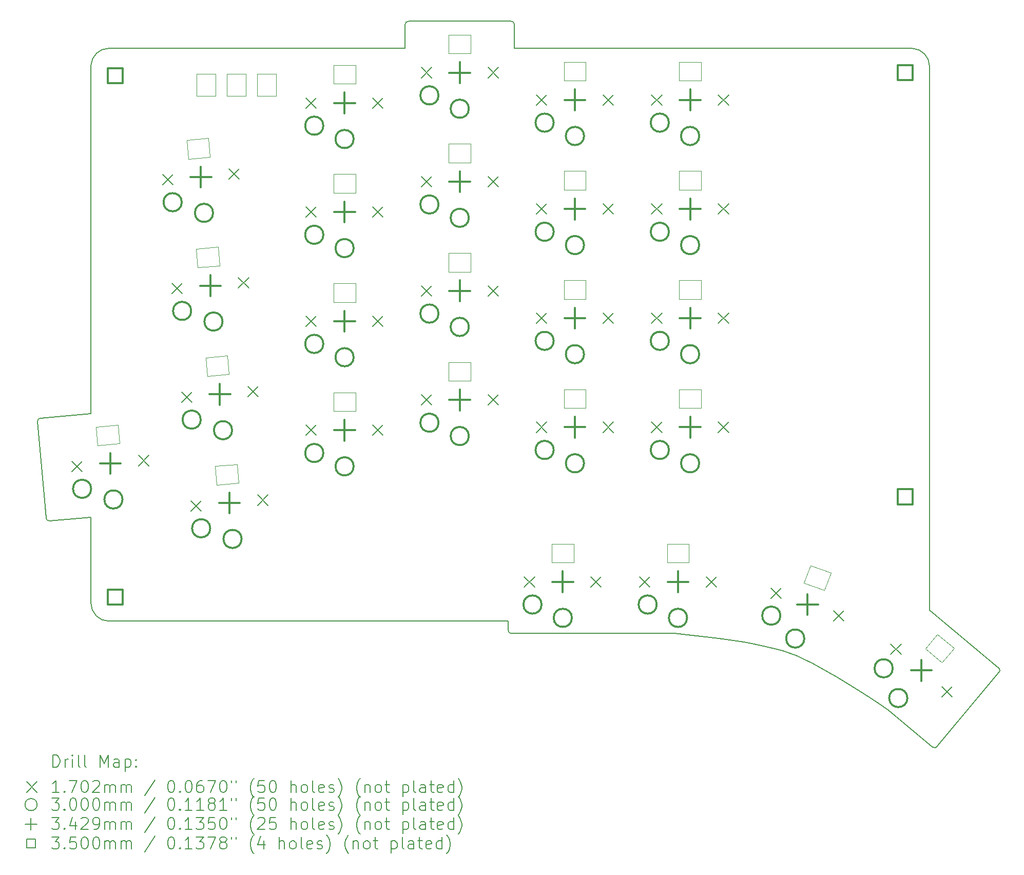
<source format=gbr>
%TF.GenerationSoftware,KiCad,Pcbnew,8.0.5*%
%TF.CreationDate,2024-11-21T22:10:02+01:00*%
%TF.ProjectId,stellar,7374656c-6c61-4722-9e6b-696361645f70,rev?*%
%TF.SameCoordinates,Original*%
%TF.FileFunction,Drillmap*%
%TF.FilePolarity,Positive*%
%FSLAX45Y45*%
G04 Gerber Fmt 4.5, Leading zero omitted, Abs format (unit mm)*
G04 Created by KiCad (PCBNEW 8.0.5) date 2024-11-21 22:10:02*
%MOMM*%
%LPD*%
G01*
G04 APERTURE LIST*
%ADD10C,0.149999*%
%ADD11C,0.150000*%
%ADD12C,0.100000*%
%ADD13C,0.200000*%
%ADD14C,0.170180*%
%ADD15C,0.300000*%
%ADD16C,0.342900*%
%ADD17C,0.350000*%
G04 APERTURE END LIST*
D10*
X17788740Y-13477738D02*
X18071101Y-13513153D01*
X12904310Y-3382360D02*
X12904310Y-3777569D01*
D11*
X21676074Y-15301730D02*
G75*
G02*
X21607128Y-15306374I-36904J33770D01*
G01*
D10*
X14704812Y-3777569D02*
X14704812Y-3379068D01*
X6886735Y-9878692D02*
X7720448Y-9805292D01*
X19489658Y-13859172D02*
X19619240Y-13923272D01*
D11*
X6841172Y-9930779D02*
G75*
G02*
X6886735Y-9878692I49948J2279D01*
G01*
X7720448Y-4068561D02*
G75*
G02*
X8020312Y-3777570I299861J-9005D01*
G01*
D10*
X19619240Y-13923272D02*
X19752801Y-13993956D01*
X18071101Y-13513153D02*
X18381871Y-13558823D01*
D11*
X14655310Y-13432360D02*
G75*
G02*
X14605310Y-13382360I0J50000D01*
G01*
D10*
X22701335Y-14076926D02*
X21676074Y-15301730D01*
X6980419Y-11527075D02*
X6841172Y-9930779D01*
X7720312Y-12928321D02*
X7720312Y-11512500D01*
X18381871Y-13558823D02*
X18540613Y-13585523D01*
X14605310Y-13229643D02*
X8020312Y-13229643D01*
X21554180Y-13046291D02*
X22700191Y-14004156D01*
X8020312Y-13229643D02*
X8020312Y-13229359D01*
X18850215Y-13646690D02*
X18995237Y-13681172D01*
X12904310Y-3777569D02*
X8020312Y-3777569D01*
X17345641Y-13432414D02*
X17558142Y-13452517D01*
X21607134Y-15306366D02*
X20875103Y-14695754D01*
X19366229Y-13803468D02*
X19489658Y-13859172D01*
X14704812Y-3777569D02*
X21260977Y-3777569D01*
D11*
X14654960Y-3332715D02*
G75*
G02*
X14704813Y-3379068I0J-49985D01*
G01*
D10*
X14654960Y-3332715D02*
X12960260Y-3332715D01*
X7720448Y-9805292D02*
X7720448Y-4068561D01*
D11*
X8020312Y-13229359D02*
G75*
G02*
X7720312Y-12928321I-2J299999D01*
G01*
D10*
X18697701Y-13614809D02*
X18850215Y-13646690D01*
X19752801Y-13993956D02*
X20023168Y-14147816D01*
X19129847Y-13718265D02*
X19251127Y-13757974D01*
X18995237Y-13681172D02*
X19129847Y-13718265D01*
X14655310Y-13432360D02*
X17345641Y-13432360D01*
D11*
X12904310Y-3382360D02*
G75*
G02*
X12960260Y-3332715I50000J0D01*
G01*
X7032511Y-11572674D02*
G75*
G02*
X6980423Y-11527075I-2281J49944D01*
G01*
D10*
X17558142Y-13452517D02*
X17788740Y-13477738D01*
X20516016Y-14454720D02*
X20703722Y-14578742D01*
X21554180Y-4077492D02*
X21554180Y-13046291D01*
X19251127Y-13757974D02*
X19366229Y-13803468D01*
D11*
X21260977Y-3777569D02*
G75*
G02*
X21554178Y-4077492I-6797J-299921D01*
G01*
X22700191Y-14004156D02*
G75*
G02*
X22701335Y-14076926I-33711J-36924D01*
G01*
D10*
X14605310Y-13382360D02*
X14605310Y-13229643D01*
X18540613Y-13585523D02*
X18697701Y-13614809D01*
X20283369Y-14306241D02*
X20516016Y-14454720D01*
X20023168Y-14147816D02*
X20283369Y-14306241D01*
X20703722Y-14578742D02*
X20874751Y-14695375D01*
X7720312Y-11512500D02*
X7032511Y-11572674D01*
D12*
X17224863Y-11954784D02*
X17224863Y-12264784D01*
X17224863Y-12264784D02*
X17584863Y-12264784D01*
X17584863Y-11954784D02*
X17224863Y-11954784D01*
X17584863Y-12264784D02*
X17584863Y-11954784D01*
X7806838Y-10021567D02*
X7833857Y-10330387D01*
X7833857Y-10330387D02*
X8192487Y-10299011D01*
X8165468Y-9990191D02*
X7806838Y-10021567D01*
X8192487Y-10299011D02*
X8165468Y-9990191D01*
X17424863Y-9404784D02*
X17424863Y-9714784D01*
X17424863Y-9714784D02*
X17784863Y-9714784D01*
X17784863Y-9404784D02*
X17424863Y-9404784D01*
X17784863Y-9714784D02*
X17784863Y-9404784D01*
X11724863Y-5854784D02*
X11724863Y-6164784D01*
X11724863Y-6164784D02*
X12084863Y-6164784D01*
X12084863Y-5854784D02*
X11724863Y-5854784D01*
X12084863Y-6164784D02*
X12084863Y-5854784D01*
X13624863Y-7154784D02*
X13624863Y-7464784D01*
X13624863Y-7464784D02*
X13984863Y-7464784D01*
X13984863Y-7154784D02*
X13624863Y-7154784D01*
X13984863Y-7464784D02*
X13984863Y-7154784D01*
X13624863Y-3554784D02*
X13624863Y-3864784D01*
X13624863Y-3864784D02*
X13984863Y-3864784D01*
X13984863Y-3554784D02*
X13624863Y-3554784D01*
X13984863Y-3864784D02*
X13984863Y-3554784D01*
X15524863Y-9404784D02*
X15524863Y-9714784D01*
X15524863Y-9714784D02*
X15884863Y-9714784D01*
X15884863Y-9404784D02*
X15524863Y-9404784D01*
X15884863Y-9714784D02*
X15884863Y-9404784D01*
X9457315Y-7086549D02*
X9484334Y-7395370D01*
X9484334Y-7395370D02*
X9842964Y-7363994D01*
X9815946Y-7055173D02*
X9457315Y-7086549D01*
X9842964Y-7363994D02*
X9815946Y-7055173D01*
X9467312Y-4202360D02*
X9467312Y-4562360D01*
X9467312Y-4562360D02*
X9777312Y-4562360D01*
X9777312Y-4202360D02*
X9467312Y-4202360D01*
X9777312Y-4562360D02*
X9777312Y-4202360D01*
X11724863Y-9454784D02*
X11724863Y-9764784D01*
X11724863Y-9764784D02*
X12084863Y-9764784D01*
X12084863Y-9454784D02*
X11724863Y-9454784D01*
X12084863Y-9764784D02*
X12084863Y-9454784D01*
X9300435Y-5293399D02*
X9327453Y-5602219D01*
X9327453Y-5602219D02*
X9686084Y-5570843D01*
X9659065Y-5262023D02*
X9300435Y-5293399D01*
X9686084Y-5570843D02*
X9659065Y-5262023D01*
X13624863Y-8954784D02*
X13624863Y-9264784D01*
X13624863Y-9264784D02*
X13984863Y-9264784D01*
X13984863Y-8954784D02*
X13624863Y-8954784D01*
X13984863Y-9264784D02*
X13984863Y-8954784D01*
X17424863Y-5804784D02*
X17424863Y-6114784D01*
X17424863Y-6114784D02*
X17784863Y-6114784D01*
X17784863Y-5804784D02*
X17424863Y-5804784D01*
X17784863Y-6114784D02*
X17784863Y-5804784D01*
X19480488Y-12599034D02*
X19818777Y-12722161D01*
X19586514Y-12307729D02*
X19480488Y-12599034D01*
X19818777Y-12722161D02*
X19924804Y-12430856D01*
X19924804Y-12430856D02*
X19586514Y-12307729D01*
X11724863Y-4054784D02*
X11724863Y-4364784D01*
X11724863Y-4364784D02*
X12084863Y-4364784D01*
X12084863Y-4054784D02*
X11724863Y-4054784D01*
X12084863Y-4364784D02*
X12084863Y-4054784D01*
X17424863Y-7604784D02*
X17424863Y-7914784D01*
X17424863Y-7914784D02*
X17784863Y-7914784D01*
X17784863Y-7604784D02*
X17424863Y-7604784D01*
X17784863Y-7914784D02*
X17784863Y-7604784D01*
X9614196Y-8879700D02*
X9641214Y-9188520D01*
X9641214Y-9188520D02*
X9999844Y-9157144D01*
X9972826Y-8848324D02*
X9614196Y-8879700D01*
X9999844Y-9157144D02*
X9972826Y-8848324D01*
X15524863Y-4004784D02*
X15524863Y-4314784D01*
X15524863Y-4314784D02*
X15884863Y-4314784D01*
X15884863Y-4004784D02*
X15524863Y-4004784D01*
X15884863Y-4314784D02*
X15884863Y-4004784D01*
X15324863Y-11954784D02*
X15324863Y-12264784D01*
X15324863Y-12264784D02*
X15684863Y-12264784D01*
X15684863Y-11954784D02*
X15324863Y-11954784D01*
X15684863Y-12264784D02*
X15684863Y-11954784D01*
X17424863Y-4004784D02*
X17424863Y-4314784D01*
X17424863Y-4314784D02*
X17784863Y-4314784D01*
X17784863Y-4004784D02*
X17424863Y-4004784D01*
X17784863Y-4314784D02*
X17784863Y-4004784D01*
X21485761Y-13684595D02*
X21761537Y-13915998D01*
X21685026Y-13447121D02*
X21485761Y-13684595D01*
X21761537Y-13915998D02*
X21960802Y-13678524D01*
X21960802Y-13678524D02*
X21685026Y-13447121D01*
X9967312Y-4202360D02*
X9967312Y-4562360D01*
X9967312Y-4562360D02*
X10277312Y-4562360D01*
X10277312Y-4202360D02*
X9967312Y-4202360D01*
X10277312Y-4562360D02*
X10277312Y-4202360D01*
X15524863Y-5804784D02*
X15524863Y-6114784D01*
X15524863Y-6114784D02*
X15884863Y-6114784D01*
X15884863Y-5804784D02*
X15524863Y-5804784D01*
X15884863Y-6114784D02*
X15884863Y-5804784D01*
X15524863Y-7604784D02*
X15524863Y-7914784D01*
X15524863Y-7914784D02*
X15884863Y-7914784D01*
X15884863Y-7604784D02*
X15524863Y-7604784D01*
X15884863Y-7914784D02*
X15884863Y-7604784D01*
X11724863Y-7654784D02*
X11724863Y-7964784D01*
X11724863Y-7964784D02*
X12084863Y-7964784D01*
X12084863Y-7654784D02*
X11724863Y-7654784D01*
X12084863Y-7964784D02*
X12084863Y-7654784D01*
X10467312Y-4202360D02*
X10467312Y-4562360D01*
X10467312Y-4562360D02*
X10777312Y-4562360D01*
X10777312Y-4202360D02*
X10467312Y-4202360D01*
X10777312Y-4562360D02*
X10777312Y-4202360D01*
X9771076Y-10672850D02*
X9798094Y-10981671D01*
X9798094Y-10981671D02*
X10156724Y-10950295D01*
X10129706Y-10641474D02*
X9771076Y-10672850D01*
X10156724Y-10950295D02*
X10129706Y-10641474D01*
X13624863Y-5354784D02*
X13624863Y-5664784D01*
X13624863Y-5664784D02*
X13984863Y-5664784D01*
X13984863Y-5354784D02*
X13624863Y-5354784D01*
X13984863Y-5664784D02*
X13984863Y-5354784D01*
D13*
D14*
X7407629Y-10591346D02*
X7577809Y-10761526D01*
X7577809Y-10591346D02*
X7407629Y-10761526D01*
X8503443Y-10495475D02*
X8673623Y-10665655D01*
X8673623Y-10495475D02*
X8503443Y-10665655D01*
X8901225Y-5863178D02*
X9071405Y-6033358D01*
X9071405Y-5863178D02*
X8901225Y-6033358D01*
X9058106Y-7656329D02*
X9228286Y-7826509D01*
X9228286Y-7656329D02*
X9058106Y-7826509D01*
X9214986Y-9449479D02*
X9385166Y-9619659D01*
X9385166Y-9449479D02*
X9214986Y-9619659D01*
X9371866Y-11242630D02*
X9542046Y-11412810D01*
X9542046Y-11242630D02*
X9371866Y-11412810D01*
X9997040Y-5767307D02*
X10167220Y-5937487D01*
X10167220Y-5767307D02*
X9997040Y-5937487D01*
X10153920Y-7560457D02*
X10324100Y-7730637D01*
X10324100Y-7560457D02*
X10153920Y-7730637D01*
X10310800Y-9353608D02*
X10480980Y-9523788D01*
X10480980Y-9353608D02*
X10310800Y-9523788D01*
X10467681Y-11146758D02*
X10637861Y-11316938D01*
X10637861Y-11146758D02*
X10467681Y-11316938D01*
X11269773Y-4594694D02*
X11439953Y-4764874D01*
X11439953Y-4594694D02*
X11269773Y-4764874D01*
X11269773Y-6394694D02*
X11439953Y-6564874D01*
X11439953Y-6394694D02*
X11269773Y-6564874D01*
X11269773Y-8194694D02*
X11439953Y-8364874D01*
X11439953Y-8194694D02*
X11269773Y-8364874D01*
X11269773Y-9994694D02*
X11439953Y-10164874D01*
X11439953Y-9994694D02*
X11269773Y-10164874D01*
X12369773Y-4594694D02*
X12539953Y-4764874D01*
X12539953Y-4594694D02*
X12369773Y-4764874D01*
X12369773Y-6394694D02*
X12539953Y-6564874D01*
X12539953Y-6394694D02*
X12369773Y-6564874D01*
X12369773Y-8194694D02*
X12539953Y-8364874D01*
X12539953Y-8194694D02*
X12369773Y-8364874D01*
X12369773Y-9994694D02*
X12539953Y-10164874D01*
X12539953Y-9994694D02*
X12369773Y-10164874D01*
X13169773Y-4094694D02*
X13339953Y-4264874D01*
X13339953Y-4094694D02*
X13169773Y-4264874D01*
X13169773Y-5894694D02*
X13339953Y-6064874D01*
X13339953Y-5894694D02*
X13169773Y-6064874D01*
X13169773Y-7694694D02*
X13339953Y-7864874D01*
X13339953Y-7694694D02*
X13169773Y-7864874D01*
X13169773Y-9494694D02*
X13339953Y-9664874D01*
X13339953Y-9494694D02*
X13169773Y-9664874D01*
X14269773Y-4094694D02*
X14439953Y-4264874D01*
X14439953Y-4094694D02*
X14269773Y-4264874D01*
X14269773Y-5894694D02*
X14439953Y-6064874D01*
X14439953Y-5894694D02*
X14269773Y-6064874D01*
X14269773Y-7694694D02*
X14439953Y-7864874D01*
X14439953Y-7694694D02*
X14269773Y-7864874D01*
X14269773Y-9494694D02*
X14439953Y-9664874D01*
X14439953Y-9494694D02*
X14269773Y-9664874D01*
X14869773Y-12494694D02*
X15039953Y-12664874D01*
X15039953Y-12494694D02*
X14869773Y-12664874D01*
X15069773Y-4544694D02*
X15239953Y-4714874D01*
X15239953Y-4544694D02*
X15069773Y-4714874D01*
X15069773Y-6344694D02*
X15239953Y-6514874D01*
X15239953Y-6344694D02*
X15069773Y-6514874D01*
X15069773Y-8144694D02*
X15239953Y-8314874D01*
X15239953Y-8144694D02*
X15069773Y-8314874D01*
X15069773Y-9944694D02*
X15239953Y-10114874D01*
X15239953Y-9944694D02*
X15069773Y-10114874D01*
X15969773Y-12494694D02*
X16139953Y-12664874D01*
X16139953Y-12494694D02*
X15969773Y-12664874D01*
X16169773Y-4544694D02*
X16339953Y-4714874D01*
X16339953Y-4544694D02*
X16169773Y-4714874D01*
X16169773Y-6344694D02*
X16339953Y-6514874D01*
X16339953Y-6344694D02*
X16169773Y-6514874D01*
X16169773Y-8144694D02*
X16339953Y-8314874D01*
X16339953Y-8144694D02*
X16169773Y-8314874D01*
X16169773Y-9944694D02*
X16339953Y-10114874D01*
X16339953Y-9944694D02*
X16169773Y-10114874D01*
X16769773Y-12494694D02*
X16939953Y-12664874D01*
X16939953Y-12494694D02*
X16769773Y-12664874D01*
X16969773Y-4544694D02*
X17139953Y-4714874D01*
X17139953Y-4544694D02*
X16969773Y-4714874D01*
X16969773Y-6344694D02*
X17139953Y-6514874D01*
X17139953Y-6344694D02*
X16969773Y-6514874D01*
X16969773Y-8144694D02*
X17139953Y-8314874D01*
X17139953Y-8144694D02*
X16969773Y-8314874D01*
X16969773Y-9944694D02*
X17139953Y-10114874D01*
X17139953Y-9944694D02*
X16969773Y-10114874D01*
X17869773Y-12494694D02*
X18039953Y-12664874D01*
X18039953Y-12494694D02*
X17869773Y-12664874D01*
X18069773Y-4544694D02*
X18239953Y-4714874D01*
X18239953Y-4544694D02*
X18069773Y-4714874D01*
X18069773Y-6344694D02*
X18239953Y-6514874D01*
X18239953Y-6344694D02*
X18069773Y-6514874D01*
X18069773Y-8144694D02*
X18239953Y-8314874D01*
X18239953Y-8144694D02*
X18069773Y-8314874D01*
X18069773Y-9944694D02*
X18239953Y-10114874D01*
X18239953Y-9944694D02*
X18069773Y-10114874D01*
X18939975Y-12683399D02*
X19110155Y-12853579D01*
X19110155Y-12683399D02*
X18939975Y-12853579D01*
X19973637Y-13059622D02*
X20143817Y-13229802D01*
X20143817Y-13059622D02*
X19973637Y-13229802D01*
X20914757Y-13602977D02*
X21084937Y-13773157D01*
X21084937Y-13602977D02*
X20914757Y-13773157D01*
X21757406Y-14310044D02*
X21927586Y-14480224D01*
X21927586Y-14310044D02*
X21757406Y-14480224D01*
D15*
X7725212Y-11045651D02*
G75*
G02*
X7425212Y-11045651I-150000J0D01*
G01*
X7425212Y-11045651D02*
G75*
G02*
X7725212Y-11045651I150000J0D01*
G01*
X8242483Y-11221236D02*
G75*
G02*
X7942483Y-11221236I-150000J0D01*
G01*
X7942483Y-11221236D02*
G75*
G02*
X8242483Y-11221236I150000J0D01*
G01*
X9218809Y-6317483D02*
G75*
G02*
X8918809Y-6317483I-150000J0D01*
G01*
X8918809Y-6317483D02*
G75*
G02*
X9218809Y-6317483I150000J0D01*
G01*
X9375689Y-8110634D02*
G75*
G02*
X9075689Y-8110634I-150000J0D01*
G01*
X9075689Y-8110634D02*
G75*
G02*
X9375689Y-8110634I150000J0D01*
G01*
X9532569Y-9903784D02*
G75*
G02*
X9232569Y-9903784I-150000J0D01*
G01*
X9232569Y-9903784D02*
G75*
G02*
X9532569Y-9903784I150000J0D01*
G01*
X9689450Y-11696935D02*
G75*
G02*
X9389450Y-11696935I-150000J0D01*
G01*
X9389450Y-11696935D02*
G75*
G02*
X9689450Y-11696935I150000J0D01*
G01*
X9736080Y-6493068D02*
G75*
G02*
X9436080Y-6493068I-150000J0D01*
G01*
X9436080Y-6493068D02*
G75*
G02*
X9736080Y-6493068I150000J0D01*
G01*
X9892961Y-8286219D02*
G75*
G02*
X9592961Y-8286219I-150000J0D01*
G01*
X9592961Y-8286219D02*
G75*
G02*
X9892961Y-8286219I150000J0D01*
G01*
X10049841Y-10079369D02*
G75*
G02*
X9749841Y-10079369I-150000J0D01*
G01*
X9749841Y-10079369D02*
G75*
G02*
X10049841Y-10079369I150000J0D01*
G01*
X10206721Y-11872520D02*
G75*
G02*
X9906721Y-11872520I-150000J0D01*
G01*
X9906721Y-11872520D02*
G75*
G02*
X10206721Y-11872520I150000J0D01*
G01*
X11554863Y-5054784D02*
G75*
G02*
X11254863Y-5054784I-150000J0D01*
G01*
X11254863Y-5054784D02*
G75*
G02*
X11554863Y-5054784I150000J0D01*
G01*
X11554863Y-6854784D02*
G75*
G02*
X11254863Y-6854784I-150000J0D01*
G01*
X11254863Y-6854784D02*
G75*
G02*
X11554863Y-6854784I150000J0D01*
G01*
X11554863Y-8654784D02*
G75*
G02*
X11254863Y-8654784I-150000J0D01*
G01*
X11254863Y-8654784D02*
G75*
G02*
X11554863Y-8654784I150000J0D01*
G01*
X11554863Y-10454784D02*
G75*
G02*
X11254863Y-10454784I-150000J0D01*
G01*
X11254863Y-10454784D02*
G75*
G02*
X11554863Y-10454784I150000J0D01*
G01*
X12054863Y-5274784D02*
G75*
G02*
X11754863Y-5274784I-150000J0D01*
G01*
X11754863Y-5274784D02*
G75*
G02*
X12054863Y-5274784I150000J0D01*
G01*
X12054863Y-7074784D02*
G75*
G02*
X11754863Y-7074784I-150000J0D01*
G01*
X11754863Y-7074784D02*
G75*
G02*
X12054863Y-7074784I150000J0D01*
G01*
X12054863Y-8874784D02*
G75*
G02*
X11754863Y-8874784I-150000J0D01*
G01*
X11754863Y-8874784D02*
G75*
G02*
X12054863Y-8874784I150000J0D01*
G01*
X12054863Y-10674784D02*
G75*
G02*
X11754863Y-10674784I-150000J0D01*
G01*
X11754863Y-10674784D02*
G75*
G02*
X12054863Y-10674784I150000J0D01*
G01*
X13454863Y-4554784D02*
G75*
G02*
X13154863Y-4554784I-150000J0D01*
G01*
X13154863Y-4554784D02*
G75*
G02*
X13454863Y-4554784I150000J0D01*
G01*
X13454863Y-6354784D02*
G75*
G02*
X13154863Y-6354784I-150000J0D01*
G01*
X13154863Y-6354784D02*
G75*
G02*
X13454863Y-6354784I150000J0D01*
G01*
X13454863Y-8154784D02*
G75*
G02*
X13154863Y-8154784I-150000J0D01*
G01*
X13154863Y-8154784D02*
G75*
G02*
X13454863Y-8154784I150000J0D01*
G01*
X13454863Y-9954784D02*
G75*
G02*
X13154863Y-9954784I-150000J0D01*
G01*
X13154863Y-9954784D02*
G75*
G02*
X13454863Y-9954784I150000J0D01*
G01*
X13954863Y-4774784D02*
G75*
G02*
X13654863Y-4774784I-150000J0D01*
G01*
X13654863Y-4774784D02*
G75*
G02*
X13954863Y-4774784I150000J0D01*
G01*
X13954863Y-6574784D02*
G75*
G02*
X13654863Y-6574784I-150000J0D01*
G01*
X13654863Y-6574784D02*
G75*
G02*
X13954863Y-6574784I150000J0D01*
G01*
X13954863Y-8374784D02*
G75*
G02*
X13654863Y-8374784I-150000J0D01*
G01*
X13654863Y-8374784D02*
G75*
G02*
X13954863Y-8374784I150000J0D01*
G01*
X13954863Y-10174784D02*
G75*
G02*
X13654863Y-10174784I-150000J0D01*
G01*
X13654863Y-10174784D02*
G75*
G02*
X13954863Y-10174784I150000J0D01*
G01*
X15154863Y-12954784D02*
G75*
G02*
X14854863Y-12954784I-150000J0D01*
G01*
X14854863Y-12954784D02*
G75*
G02*
X15154863Y-12954784I150000J0D01*
G01*
X15354863Y-5004784D02*
G75*
G02*
X15054863Y-5004784I-150000J0D01*
G01*
X15054863Y-5004784D02*
G75*
G02*
X15354863Y-5004784I150000J0D01*
G01*
X15354863Y-6804784D02*
G75*
G02*
X15054863Y-6804784I-150000J0D01*
G01*
X15054863Y-6804784D02*
G75*
G02*
X15354863Y-6804784I150000J0D01*
G01*
X15354863Y-8604784D02*
G75*
G02*
X15054863Y-8604784I-150000J0D01*
G01*
X15054863Y-8604784D02*
G75*
G02*
X15354863Y-8604784I150000J0D01*
G01*
X15354863Y-10404784D02*
G75*
G02*
X15054863Y-10404784I-150000J0D01*
G01*
X15054863Y-10404784D02*
G75*
G02*
X15354863Y-10404784I150000J0D01*
G01*
X15654863Y-13174784D02*
G75*
G02*
X15354863Y-13174784I-150000J0D01*
G01*
X15354863Y-13174784D02*
G75*
G02*
X15654863Y-13174784I150000J0D01*
G01*
X15854863Y-5224784D02*
G75*
G02*
X15554863Y-5224784I-150000J0D01*
G01*
X15554863Y-5224784D02*
G75*
G02*
X15854863Y-5224784I150000J0D01*
G01*
X15854863Y-7024784D02*
G75*
G02*
X15554863Y-7024784I-150000J0D01*
G01*
X15554863Y-7024784D02*
G75*
G02*
X15854863Y-7024784I150000J0D01*
G01*
X15854863Y-8824784D02*
G75*
G02*
X15554863Y-8824784I-150000J0D01*
G01*
X15554863Y-8824784D02*
G75*
G02*
X15854863Y-8824784I150000J0D01*
G01*
X15854863Y-10624784D02*
G75*
G02*
X15554863Y-10624784I-150000J0D01*
G01*
X15554863Y-10624784D02*
G75*
G02*
X15854863Y-10624784I150000J0D01*
G01*
X17054863Y-12954784D02*
G75*
G02*
X16754863Y-12954784I-150000J0D01*
G01*
X16754863Y-12954784D02*
G75*
G02*
X17054863Y-12954784I150000J0D01*
G01*
X17254863Y-5004784D02*
G75*
G02*
X16954863Y-5004784I-150000J0D01*
G01*
X16954863Y-5004784D02*
G75*
G02*
X17254863Y-5004784I150000J0D01*
G01*
X17254863Y-6804784D02*
G75*
G02*
X16954863Y-6804784I-150000J0D01*
G01*
X16954863Y-6804784D02*
G75*
G02*
X17254863Y-6804784I150000J0D01*
G01*
X17254863Y-8604784D02*
G75*
G02*
X16954863Y-8604784I-150000J0D01*
G01*
X16954863Y-8604784D02*
G75*
G02*
X17254863Y-8604784I150000J0D01*
G01*
X17254863Y-10404784D02*
G75*
G02*
X16954863Y-10404784I-150000J0D01*
G01*
X16954863Y-10404784D02*
G75*
G02*
X17254863Y-10404784I150000J0D01*
G01*
X17554863Y-13174784D02*
G75*
G02*
X17254863Y-13174784I-150000J0D01*
G01*
X17254863Y-13174784D02*
G75*
G02*
X17554863Y-13174784I150000J0D01*
G01*
X17754863Y-5224784D02*
G75*
G02*
X17454863Y-5224784I-150000J0D01*
G01*
X17454863Y-5224784D02*
G75*
G02*
X17754863Y-5224784I150000J0D01*
G01*
X17754863Y-7024784D02*
G75*
G02*
X17454863Y-7024784I-150000J0D01*
G01*
X17454863Y-7024784D02*
G75*
G02*
X17754863Y-7024784I150000J0D01*
G01*
X17754863Y-8824784D02*
G75*
G02*
X17454863Y-8824784I-150000J0D01*
G01*
X17454863Y-8824784D02*
G75*
G02*
X17754863Y-8824784I150000J0D01*
G01*
X17754863Y-10624784D02*
G75*
G02*
X17454863Y-10624784I-150000J0D01*
G01*
X17454863Y-10624784D02*
G75*
G02*
X17754863Y-10624784I150000J0D01*
G01*
X19093792Y-13137975D02*
G75*
G02*
X18793792Y-13137975I-150000J0D01*
G01*
X18793792Y-13137975D02*
G75*
G02*
X19093792Y-13137975I150000J0D01*
G01*
X19488394Y-13515718D02*
G75*
G02*
X19188394Y-13515718I-150000J0D01*
G01*
X19188394Y-13515718D02*
G75*
G02*
X19488394Y-13515718I150000J0D01*
G01*
X20947104Y-14007473D02*
G75*
G02*
X20647104Y-14007473I-150000J0D01*
G01*
X20647104Y-14007473D02*
G75*
G02*
X20947104Y-14007473I150000J0D01*
G01*
X21188713Y-14497397D02*
G75*
G02*
X20888713Y-14497397I-150000J0D01*
G01*
X20888713Y-14497397D02*
G75*
G02*
X21188713Y-14497397I150000J0D01*
G01*
D16*
X8040626Y-10457050D02*
X8040626Y-10799950D01*
X7869176Y-10628500D02*
X8212076Y-10628500D01*
X9534223Y-5728882D02*
X9534223Y-6071782D01*
X9362773Y-5900332D02*
X9705673Y-5900332D01*
X9691103Y-7522033D02*
X9691103Y-7864933D01*
X9519653Y-7693483D02*
X9862553Y-7693483D01*
X9847983Y-9315184D02*
X9847983Y-9658084D01*
X9676533Y-9486634D02*
X10019433Y-9486634D01*
X10004863Y-11108334D02*
X10004863Y-11451234D01*
X9833413Y-11279784D02*
X10176313Y-11279784D01*
X11904863Y-4508334D02*
X11904863Y-4851234D01*
X11733413Y-4679784D02*
X12076313Y-4679784D01*
X11904863Y-6308334D02*
X11904863Y-6651234D01*
X11733413Y-6479784D02*
X12076313Y-6479784D01*
X11904863Y-8108334D02*
X11904863Y-8451234D01*
X11733413Y-8279784D02*
X12076313Y-8279784D01*
X11904863Y-9908334D02*
X11904863Y-10251234D01*
X11733413Y-10079784D02*
X12076313Y-10079784D01*
X13804863Y-4008334D02*
X13804863Y-4351234D01*
X13633413Y-4179784D02*
X13976313Y-4179784D01*
X13804863Y-5808334D02*
X13804863Y-6151234D01*
X13633413Y-5979784D02*
X13976313Y-5979784D01*
X13804863Y-7608334D02*
X13804863Y-7951234D01*
X13633413Y-7779784D02*
X13976313Y-7779784D01*
X13804863Y-9408334D02*
X13804863Y-9751234D01*
X13633413Y-9579784D02*
X13976313Y-9579784D01*
X15504863Y-12408334D02*
X15504863Y-12751234D01*
X15333413Y-12579784D02*
X15676313Y-12579784D01*
X15704863Y-4458334D02*
X15704863Y-4801234D01*
X15533413Y-4629784D02*
X15876313Y-4629784D01*
X15704863Y-6258334D02*
X15704863Y-6601234D01*
X15533413Y-6429784D02*
X15876313Y-6429784D01*
X15704863Y-8058334D02*
X15704863Y-8401234D01*
X15533413Y-8229784D02*
X15876313Y-8229784D01*
X15704863Y-9858334D02*
X15704863Y-10201234D01*
X15533413Y-10029784D02*
X15876313Y-10029784D01*
X17404863Y-12408334D02*
X17404863Y-12751234D01*
X17233413Y-12579784D02*
X17576313Y-12579784D01*
X17604863Y-4458334D02*
X17604863Y-4801234D01*
X17433413Y-4629784D02*
X17776313Y-4629784D01*
X17604863Y-6258334D02*
X17604863Y-6601234D01*
X17433413Y-6429784D02*
X17776313Y-6429784D01*
X17604863Y-8058334D02*
X17604863Y-8401234D01*
X17433413Y-8229784D02*
X17776313Y-8229784D01*
X17604863Y-9858334D02*
X17604863Y-10201234D01*
X17433413Y-10029784D02*
X17776313Y-10029784D01*
X19541896Y-12785150D02*
X19541896Y-13128050D01*
X19370446Y-12956600D02*
X19713346Y-12956600D01*
X21421171Y-13870150D02*
X21421171Y-14213050D01*
X21249721Y-14041600D02*
X21592621Y-14041600D01*
D17*
X8244055Y-4356105D02*
X8244055Y-4108615D01*
X7996565Y-4108615D01*
X7996565Y-4356105D01*
X8244055Y-4356105D01*
X8244055Y-12953105D02*
X8244055Y-12705615D01*
X7996565Y-12705615D01*
X7996565Y-12953105D01*
X8244055Y-12953105D01*
X21277925Y-4301235D02*
X21277925Y-4053745D01*
X21030435Y-4053745D01*
X21030435Y-4301235D01*
X21277925Y-4301235D01*
X21277925Y-11301235D02*
X21277925Y-11053745D01*
X21030435Y-11053745D01*
X21030435Y-11301235D01*
X21277925Y-11301235D01*
D13*
X7094396Y-15636967D02*
X7094396Y-15436967D01*
X7094396Y-15436967D02*
X7142015Y-15436967D01*
X7142015Y-15436967D02*
X7170587Y-15446491D01*
X7170587Y-15446491D02*
X7189635Y-15465538D01*
X7189635Y-15465538D02*
X7199158Y-15484586D01*
X7199158Y-15484586D02*
X7208682Y-15522681D01*
X7208682Y-15522681D02*
X7208682Y-15551253D01*
X7208682Y-15551253D02*
X7199158Y-15589348D01*
X7199158Y-15589348D02*
X7189635Y-15608395D01*
X7189635Y-15608395D02*
X7170587Y-15627443D01*
X7170587Y-15627443D02*
X7142015Y-15636967D01*
X7142015Y-15636967D02*
X7094396Y-15636967D01*
X7294396Y-15636967D02*
X7294396Y-15503634D01*
X7294396Y-15541729D02*
X7303920Y-15522681D01*
X7303920Y-15522681D02*
X7313444Y-15513157D01*
X7313444Y-15513157D02*
X7332492Y-15503634D01*
X7332492Y-15503634D02*
X7351539Y-15503634D01*
X7418206Y-15636967D02*
X7418206Y-15503634D01*
X7418206Y-15436967D02*
X7408682Y-15446491D01*
X7408682Y-15446491D02*
X7418206Y-15456015D01*
X7418206Y-15456015D02*
X7427730Y-15446491D01*
X7427730Y-15446491D02*
X7418206Y-15436967D01*
X7418206Y-15436967D02*
X7418206Y-15456015D01*
X7542015Y-15636967D02*
X7522968Y-15627443D01*
X7522968Y-15627443D02*
X7513444Y-15608395D01*
X7513444Y-15608395D02*
X7513444Y-15436967D01*
X7646777Y-15636967D02*
X7627730Y-15627443D01*
X7627730Y-15627443D02*
X7618206Y-15608395D01*
X7618206Y-15608395D02*
X7618206Y-15436967D01*
X7875349Y-15636967D02*
X7875349Y-15436967D01*
X7875349Y-15436967D02*
X7942016Y-15579824D01*
X7942016Y-15579824D02*
X8008682Y-15436967D01*
X8008682Y-15436967D02*
X8008682Y-15636967D01*
X8189635Y-15636967D02*
X8189635Y-15532205D01*
X8189635Y-15532205D02*
X8180111Y-15513157D01*
X8180111Y-15513157D02*
X8161063Y-15503634D01*
X8161063Y-15503634D02*
X8122968Y-15503634D01*
X8122968Y-15503634D02*
X8103920Y-15513157D01*
X8189635Y-15627443D02*
X8170587Y-15636967D01*
X8170587Y-15636967D02*
X8122968Y-15636967D01*
X8122968Y-15636967D02*
X8103920Y-15627443D01*
X8103920Y-15627443D02*
X8094396Y-15608395D01*
X8094396Y-15608395D02*
X8094396Y-15589348D01*
X8094396Y-15589348D02*
X8103920Y-15570300D01*
X8103920Y-15570300D02*
X8122968Y-15560776D01*
X8122968Y-15560776D02*
X8170587Y-15560776D01*
X8170587Y-15560776D02*
X8189635Y-15551253D01*
X8284873Y-15503634D02*
X8284873Y-15703634D01*
X8284873Y-15513157D02*
X8303920Y-15503634D01*
X8303920Y-15503634D02*
X8342016Y-15503634D01*
X8342016Y-15503634D02*
X8361063Y-15513157D01*
X8361063Y-15513157D02*
X8370587Y-15522681D01*
X8370587Y-15522681D02*
X8380111Y-15541729D01*
X8380111Y-15541729D02*
X8380111Y-15598872D01*
X8380111Y-15598872D02*
X8370587Y-15617919D01*
X8370587Y-15617919D02*
X8361063Y-15627443D01*
X8361063Y-15627443D02*
X8342016Y-15636967D01*
X8342016Y-15636967D02*
X8303920Y-15636967D01*
X8303920Y-15636967D02*
X8284873Y-15627443D01*
X8465825Y-15617919D02*
X8475349Y-15627443D01*
X8475349Y-15627443D02*
X8465825Y-15636967D01*
X8465825Y-15636967D02*
X8456301Y-15627443D01*
X8456301Y-15627443D02*
X8465825Y-15617919D01*
X8465825Y-15617919D02*
X8465825Y-15636967D01*
X8465825Y-15513157D02*
X8475349Y-15522681D01*
X8475349Y-15522681D02*
X8465825Y-15532205D01*
X8465825Y-15532205D02*
X8456301Y-15522681D01*
X8456301Y-15522681D02*
X8465825Y-15513157D01*
X8465825Y-15513157D02*
X8465825Y-15532205D01*
D14*
X6663440Y-15880393D02*
X6833620Y-16050573D01*
X6833620Y-15880393D02*
X6663440Y-16050573D01*
D13*
X7199158Y-16056967D02*
X7084873Y-16056967D01*
X7142015Y-16056967D02*
X7142015Y-15856967D01*
X7142015Y-15856967D02*
X7122968Y-15885538D01*
X7122968Y-15885538D02*
X7103920Y-15904586D01*
X7103920Y-15904586D02*
X7084873Y-15914110D01*
X7284873Y-16037919D02*
X7294396Y-16047443D01*
X7294396Y-16047443D02*
X7284873Y-16056967D01*
X7284873Y-16056967D02*
X7275349Y-16047443D01*
X7275349Y-16047443D02*
X7284873Y-16037919D01*
X7284873Y-16037919D02*
X7284873Y-16056967D01*
X7361063Y-15856967D02*
X7494396Y-15856967D01*
X7494396Y-15856967D02*
X7408682Y-16056967D01*
X7608682Y-15856967D02*
X7627730Y-15856967D01*
X7627730Y-15856967D02*
X7646777Y-15866491D01*
X7646777Y-15866491D02*
X7656301Y-15876015D01*
X7656301Y-15876015D02*
X7665825Y-15895062D01*
X7665825Y-15895062D02*
X7675349Y-15933157D01*
X7675349Y-15933157D02*
X7675349Y-15980776D01*
X7675349Y-15980776D02*
X7665825Y-16018872D01*
X7665825Y-16018872D02*
X7656301Y-16037919D01*
X7656301Y-16037919D02*
X7646777Y-16047443D01*
X7646777Y-16047443D02*
X7627730Y-16056967D01*
X7627730Y-16056967D02*
X7608682Y-16056967D01*
X7608682Y-16056967D02*
X7589635Y-16047443D01*
X7589635Y-16047443D02*
X7580111Y-16037919D01*
X7580111Y-16037919D02*
X7570587Y-16018872D01*
X7570587Y-16018872D02*
X7561063Y-15980776D01*
X7561063Y-15980776D02*
X7561063Y-15933157D01*
X7561063Y-15933157D02*
X7570587Y-15895062D01*
X7570587Y-15895062D02*
X7580111Y-15876015D01*
X7580111Y-15876015D02*
X7589635Y-15866491D01*
X7589635Y-15866491D02*
X7608682Y-15856967D01*
X7751539Y-15876015D02*
X7761063Y-15866491D01*
X7761063Y-15866491D02*
X7780111Y-15856967D01*
X7780111Y-15856967D02*
X7827730Y-15856967D01*
X7827730Y-15856967D02*
X7846777Y-15866491D01*
X7846777Y-15866491D02*
X7856301Y-15876015D01*
X7856301Y-15876015D02*
X7865825Y-15895062D01*
X7865825Y-15895062D02*
X7865825Y-15914110D01*
X7865825Y-15914110D02*
X7856301Y-15942681D01*
X7856301Y-15942681D02*
X7742016Y-16056967D01*
X7742016Y-16056967D02*
X7865825Y-16056967D01*
X7951539Y-16056967D02*
X7951539Y-15923634D01*
X7951539Y-15942681D02*
X7961063Y-15933157D01*
X7961063Y-15933157D02*
X7980111Y-15923634D01*
X7980111Y-15923634D02*
X8008682Y-15923634D01*
X8008682Y-15923634D02*
X8027730Y-15933157D01*
X8027730Y-15933157D02*
X8037254Y-15952205D01*
X8037254Y-15952205D02*
X8037254Y-16056967D01*
X8037254Y-15952205D02*
X8046777Y-15933157D01*
X8046777Y-15933157D02*
X8065825Y-15923634D01*
X8065825Y-15923634D02*
X8094396Y-15923634D01*
X8094396Y-15923634D02*
X8113444Y-15933157D01*
X8113444Y-15933157D02*
X8122968Y-15952205D01*
X8122968Y-15952205D02*
X8122968Y-16056967D01*
X8218206Y-16056967D02*
X8218206Y-15923634D01*
X8218206Y-15942681D02*
X8227730Y-15933157D01*
X8227730Y-15933157D02*
X8246777Y-15923634D01*
X8246777Y-15923634D02*
X8275349Y-15923634D01*
X8275349Y-15923634D02*
X8294397Y-15933157D01*
X8294397Y-15933157D02*
X8303920Y-15952205D01*
X8303920Y-15952205D02*
X8303920Y-16056967D01*
X8303920Y-15952205D02*
X8313444Y-15933157D01*
X8313444Y-15933157D02*
X8332492Y-15923634D01*
X8332492Y-15923634D02*
X8361063Y-15923634D01*
X8361063Y-15923634D02*
X8380111Y-15933157D01*
X8380111Y-15933157D02*
X8389635Y-15952205D01*
X8389635Y-15952205D02*
X8389635Y-16056967D01*
X8780111Y-15847443D02*
X8608682Y-16104586D01*
X9037254Y-15856967D02*
X9056302Y-15856967D01*
X9056302Y-15856967D02*
X9075349Y-15866491D01*
X9075349Y-15866491D02*
X9084873Y-15876015D01*
X9084873Y-15876015D02*
X9094397Y-15895062D01*
X9094397Y-15895062D02*
X9103921Y-15933157D01*
X9103921Y-15933157D02*
X9103921Y-15980776D01*
X9103921Y-15980776D02*
X9094397Y-16018872D01*
X9094397Y-16018872D02*
X9084873Y-16037919D01*
X9084873Y-16037919D02*
X9075349Y-16047443D01*
X9075349Y-16047443D02*
X9056302Y-16056967D01*
X9056302Y-16056967D02*
X9037254Y-16056967D01*
X9037254Y-16056967D02*
X9018206Y-16047443D01*
X9018206Y-16047443D02*
X9008682Y-16037919D01*
X9008682Y-16037919D02*
X8999159Y-16018872D01*
X8999159Y-16018872D02*
X8989635Y-15980776D01*
X8989635Y-15980776D02*
X8989635Y-15933157D01*
X8989635Y-15933157D02*
X8999159Y-15895062D01*
X8999159Y-15895062D02*
X9008682Y-15876015D01*
X9008682Y-15876015D02*
X9018206Y-15866491D01*
X9018206Y-15866491D02*
X9037254Y-15856967D01*
X9189635Y-16037919D02*
X9199159Y-16047443D01*
X9199159Y-16047443D02*
X9189635Y-16056967D01*
X9189635Y-16056967D02*
X9180111Y-16047443D01*
X9180111Y-16047443D02*
X9189635Y-16037919D01*
X9189635Y-16037919D02*
X9189635Y-16056967D01*
X9322968Y-15856967D02*
X9342016Y-15856967D01*
X9342016Y-15856967D02*
X9361063Y-15866491D01*
X9361063Y-15866491D02*
X9370587Y-15876015D01*
X9370587Y-15876015D02*
X9380111Y-15895062D01*
X9380111Y-15895062D02*
X9389635Y-15933157D01*
X9389635Y-15933157D02*
X9389635Y-15980776D01*
X9389635Y-15980776D02*
X9380111Y-16018872D01*
X9380111Y-16018872D02*
X9370587Y-16037919D01*
X9370587Y-16037919D02*
X9361063Y-16047443D01*
X9361063Y-16047443D02*
X9342016Y-16056967D01*
X9342016Y-16056967D02*
X9322968Y-16056967D01*
X9322968Y-16056967D02*
X9303921Y-16047443D01*
X9303921Y-16047443D02*
X9294397Y-16037919D01*
X9294397Y-16037919D02*
X9284873Y-16018872D01*
X9284873Y-16018872D02*
X9275349Y-15980776D01*
X9275349Y-15980776D02*
X9275349Y-15933157D01*
X9275349Y-15933157D02*
X9284873Y-15895062D01*
X9284873Y-15895062D02*
X9294397Y-15876015D01*
X9294397Y-15876015D02*
X9303921Y-15866491D01*
X9303921Y-15866491D02*
X9322968Y-15856967D01*
X9561063Y-15856967D02*
X9522968Y-15856967D01*
X9522968Y-15856967D02*
X9503921Y-15866491D01*
X9503921Y-15866491D02*
X9494397Y-15876015D01*
X9494397Y-15876015D02*
X9475349Y-15904586D01*
X9475349Y-15904586D02*
X9465825Y-15942681D01*
X9465825Y-15942681D02*
X9465825Y-16018872D01*
X9465825Y-16018872D02*
X9475349Y-16037919D01*
X9475349Y-16037919D02*
X9484873Y-16047443D01*
X9484873Y-16047443D02*
X9503921Y-16056967D01*
X9503921Y-16056967D02*
X9542016Y-16056967D01*
X9542016Y-16056967D02*
X9561063Y-16047443D01*
X9561063Y-16047443D02*
X9570587Y-16037919D01*
X9570587Y-16037919D02*
X9580111Y-16018872D01*
X9580111Y-16018872D02*
X9580111Y-15971253D01*
X9580111Y-15971253D02*
X9570587Y-15952205D01*
X9570587Y-15952205D02*
X9561063Y-15942681D01*
X9561063Y-15942681D02*
X9542016Y-15933157D01*
X9542016Y-15933157D02*
X9503921Y-15933157D01*
X9503921Y-15933157D02*
X9484873Y-15942681D01*
X9484873Y-15942681D02*
X9475349Y-15952205D01*
X9475349Y-15952205D02*
X9465825Y-15971253D01*
X9646778Y-15856967D02*
X9780111Y-15856967D01*
X9780111Y-15856967D02*
X9694397Y-16056967D01*
X9894397Y-15856967D02*
X9913444Y-15856967D01*
X9913444Y-15856967D02*
X9932492Y-15866491D01*
X9932492Y-15866491D02*
X9942016Y-15876015D01*
X9942016Y-15876015D02*
X9951540Y-15895062D01*
X9951540Y-15895062D02*
X9961063Y-15933157D01*
X9961063Y-15933157D02*
X9961063Y-15980776D01*
X9961063Y-15980776D02*
X9951540Y-16018872D01*
X9951540Y-16018872D02*
X9942016Y-16037919D01*
X9942016Y-16037919D02*
X9932492Y-16047443D01*
X9932492Y-16047443D02*
X9913444Y-16056967D01*
X9913444Y-16056967D02*
X9894397Y-16056967D01*
X9894397Y-16056967D02*
X9875349Y-16047443D01*
X9875349Y-16047443D02*
X9865825Y-16037919D01*
X9865825Y-16037919D02*
X9856302Y-16018872D01*
X9856302Y-16018872D02*
X9846778Y-15980776D01*
X9846778Y-15980776D02*
X9846778Y-15933157D01*
X9846778Y-15933157D02*
X9856302Y-15895062D01*
X9856302Y-15895062D02*
X9865825Y-15876015D01*
X9865825Y-15876015D02*
X9875349Y-15866491D01*
X9875349Y-15866491D02*
X9894397Y-15856967D01*
X10037254Y-15856967D02*
X10037254Y-15895062D01*
X10113444Y-15856967D02*
X10113444Y-15895062D01*
X10408683Y-16133157D02*
X10399159Y-16123634D01*
X10399159Y-16123634D02*
X10380111Y-16095062D01*
X10380111Y-16095062D02*
X10370587Y-16076015D01*
X10370587Y-16076015D02*
X10361064Y-16047443D01*
X10361064Y-16047443D02*
X10351540Y-15999824D01*
X10351540Y-15999824D02*
X10351540Y-15961729D01*
X10351540Y-15961729D02*
X10361064Y-15914110D01*
X10361064Y-15914110D02*
X10370587Y-15885538D01*
X10370587Y-15885538D02*
X10380111Y-15866491D01*
X10380111Y-15866491D02*
X10399159Y-15837919D01*
X10399159Y-15837919D02*
X10408683Y-15828395D01*
X10580111Y-15856967D02*
X10484873Y-15856967D01*
X10484873Y-15856967D02*
X10475349Y-15952205D01*
X10475349Y-15952205D02*
X10484873Y-15942681D01*
X10484873Y-15942681D02*
X10503921Y-15933157D01*
X10503921Y-15933157D02*
X10551540Y-15933157D01*
X10551540Y-15933157D02*
X10570587Y-15942681D01*
X10570587Y-15942681D02*
X10580111Y-15952205D01*
X10580111Y-15952205D02*
X10589635Y-15971253D01*
X10589635Y-15971253D02*
X10589635Y-16018872D01*
X10589635Y-16018872D02*
X10580111Y-16037919D01*
X10580111Y-16037919D02*
X10570587Y-16047443D01*
X10570587Y-16047443D02*
X10551540Y-16056967D01*
X10551540Y-16056967D02*
X10503921Y-16056967D01*
X10503921Y-16056967D02*
X10484873Y-16047443D01*
X10484873Y-16047443D02*
X10475349Y-16037919D01*
X10713444Y-15856967D02*
X10732492Y-15856967D01*
X10732492Y-15856967D02*
X10751540Y-15866491D01*
X10751540Y-15866491D02*
X10761064Y-15876015D01*
X10761064Y-15876015D02*
X10770587Y-15895062D01*
X10770587Y-15895062D02*
X10780111Y-15933157D01*
X10780111Y-15933157D02*
X10780111Y-15980776D01*
X10780111Y-15980776D02*
X10770587Y-16018872D01*
X10770587Y-16018872D02*
X10761064Y-16037919D01*
X10761064Y-16037919D02*
X10751540Y-16047443D01*
X10751540Y-16047443D02*
X10732492Y-16056967D01*
X10732492Y-16056967D02*
X10713444Y-16056967D01*
X10713444Y-16056967D02*
X10694397Y-16047443D01*
X10694397Y-16047443D02*
X10684873Y-16037919D01*
X10684873Y-16037919D02*
X10675349Y-16018872D01*
X10675349Y-16018872D02*
X10665825Y-15980776D01*
X10665825Y-15980776D02*
X10665825Y-15933157D01*
X10665825Y-15933157D02*
X10675349Y-15895062D01*
X10675349Y-15895062D02*
X10684873Y-15876015D01*
X10684873Y-15876015D02*
X10694397Y-15866491D01*
X10694397Y-15866491D02*
X10713444Y-15856967D01*
X11018206Y-16056967D02*
X11018206Y-15856967D01*
X11103921Y-16056967D02*
X11103921Y-15952205D01*
X11103921Y-15952205D02*
X11094397Y-15933157D01*
X11094397Y-15933157D02*
X11075349Y-15923634D01*
X11075349Y-15923634D02*
X11046778Y-15923634D01*
X11046778Y-15923634D02*
X11027730Y-15933157D01*
X11027730Y-15933157D02*
X11018206Y-15942681D01*
X11227730Y-16056967D02*
X11208683Y-16047443D01*
X11208683Y-16047443D02*
X11199159Y-16037919D01*
X11199159Y-16037919D02*
X11189635Y-16018872D01*
X11189635Y-16018872D02*
X11189635Y-15961729D01*
X11189635Y-15961729D02*
X11199159Y-15942681D01*
X11199159Y-15942681D02*
X11208683Y-15933157D01*
X11208683Y-15933157D02*
X11227730Y-15923634D01*
X11227730Y-15923634D02*
X11256302Y-15923634D01*
X11256302Y-15923634D02*
X11275349Y-15933157D01*
X11275349Y-15933157D02*
X11284873Y-15942681D01*
X11284873Y-15942681D02*
X11294397Y-15961729D01*
X11294397Y-15961729D02*
X11294397Y-16018872D01*
X11294397Y-16018872D02*
X11284873Y-16037919D01*
X11284873Y-16037919D02*
X11275349Y-16047443D01*
X11275349Y-16047443D02*
X11256302Y-16056967D01*
X11256302Y-16056967D02*
X11227730Y-16056967D01*
X11408683Y-16056967D02*
X11389635Y-16047443D01*
X11389635Y-16047443D02*
X11380111Y-16028395D01*
X11380111Y-16028395D02*
X11380111Y-15856967D01*
X11561064Y-16047443D02*
X11542016Y-16056967D01*
X11542016Y-16056967D02*
X11503921Y-16056967D01*
X11503921Y-16056967D02*
X11484873Y-16047443D01*
X11484873Y-16047443D02*
X11475349Y-16028395D01*
X11475349Y-16028395D02*
X11475349Y-15952205D01*
X11475349Y-15952205D02*
X11484873Y-15933157D01*
X11484873Y-15933157D02*
X11503921Y-15923634D01*
X11503921Y-15923634D02*
X11542016Y-15923634D01*
X11542016Y-15923634D02*
X11561064Y-15933157D01*
X11561064Y-15933157D02*
X11570587Y-15952205D01*
X11570587Y-15952205D02*
X11570587Y-15971253D01*
X11570587Y-15971253D02*
X11475349Y-15990300D01*
X11646778Y-16047443D02*
X11665825Y-16056967D01*
X11665825Y-16056967D02*
X11703921Y-16056967D01*
X11703921Y-16056967D02*
X11722968Y-16047443D01*
X11722968Y-16047443D02*
X11732492Y-16028395D01*
X11732492Y-16028395D02*
X11732492Y-16018872D01*
X11732492Y-16018872D02*
X11722968Y-15999824D01*
X11722968Y-15999824D02*
X11703921Y-15990300D01*
X11703921Y-15990300D02*
X11675349Y-15990300D01*
X11675349Y-15990300D02*
X11656302Y-15980776D01*
X11656302Y-15980776D02*
X11646778Y-15961729D01*
X11646778Y-15961729D02*
X11646778Y-15952205D01*
X11646778Y-15952205D02*
X11656302Y-15933157D01*
X11656302Y-15933157D02*
X11675349Y-15923634D01*
X11675349Y-15923634D02*
X11703921Y-15923634D01*
X11703921Y-15923634D02*
X11722968Y-15933157D01*
X11799159Y-16133157D02*
X11808683Y-16123634D01*
X11808683Y-16123634D02*
X11827730Y-16095062D01*
X11827730Y-16095062D02*
X11837254Y-16076015D01*
X11837254Y-16076015D02*
X11846778Y-16047443D01*
X11846778Y-16047443D02*
X11856302Y-15999824D01*
X11856302Y-15999824D02*
X11856302Y-15961729D01*
X11856302Y-15961729D02*
X11846778Y-15914110D01*
X11846778Y-15914110D02*
X11837254Y-15885538D01*
X11837254Y-15885538D02*
X11827730Y-15866491D01*
X11827730Y-15866491D02*
X11808683Y-15837919D01*
X11808683Y-15837919D02*
X11799159Y-15828395D01*
X12161064Y-16133157D02*
X12151540Y-16123634D01*
X12151540Y-16123634D02*
X12132492Y-16095062D01*
X12132492Y-16095062D02*
X12122968Y-16076015D01*
X12122968Y-16076015D02*
X12113445Y-16047443D01*
X12113445Y-16047443D02*
X12103921Y-15999824D01*
X12103921Y-15999824D02*
X12103921Y-15961729D01*
X12103921Y-15961729D02*
X12113445Y-15914110D01*
X12113445Y-15914110D02*
X12122968Y-15885538D01*
X12122968Y-15885538D02*
X12132492Y-15866491D01*
X12132492Y-15866491D02*
X12151540Y-15837919D01*
X12151540Y-15837919D02*
X12161064Y-15828395D01*
X12237254Y-15923634D02*
X12237254Y-16056967D01*
X12237254Y-15942681D02*
X12246778Y-15933157D01*
X12246778Y-15933157D02*
X12265825Y-15923634D01*
X12265825Y-15923634D02*
X12294397Y-15923634D01*
X12294397Y-15923634D02*
X12313445Y-15933157D01*
X12313445Y-15933157D02*
X12322968Y-15952205D01*
X12322968Y-15952205D02*
X12322968Y-16056967D01*
X12446778Y-16056967D02*
X12427730Y-16047443D01*
X12427730Y-16047443D02*
X12418206Y-16037919D01*
X12418206Y-16037919D02*
X12408683Y-16018872D01*
X12408683Y-16018872D02*
X12408683Y-15961729D01*
X12408683Y-15961729D02*
X12418206Y-15942681D01*
X12418206Y-15942681D02*
X12427730Y-15933157D01*
X12427730Y-15933157D02*
X12446778Y-15923634D01*
X12446778Y-15923634D02*
X12475349Y-15923634D01*
X12475349Y-15923634D02*
X12494397Y-15933157D01*
X12494397Y-15933157D02*
X12503921Y-15942681D01*
X12503921Y-15942681D02*
X12513445Y-15961729D01*
X12513445Y-15961729D02*
X12513445Y-16018872D01*
X12513445Y-16018872D02*
X12503921Y-16037919D01*
X12503921Y-16037919D02*
X12494397Y-16047443D01*
X12494397Y-16047443D02*
X12475349Y-16056967D01*
X12475349Y-16056967D02*
X12446778Y-16056967D01*
X12570587Y-15923634D02*
X12646778Y-15923634D01*
X12599159Y-15856967D02*
X12599159Y-16028395D01*
X12599159Y-16028395D02*
X12608683Y-16047443D01*
X12608683Y-16047443D02*
X12627730Y-16056967D01*
X12627730Y-16056967D02*
X12646778Y-16056967D01*
X12865826Y-15923634D02*
X12865826Y-16123634D01*
X12865826Y-15933157D02*
X12884873Y-15923634D01*
X12884873Y-15923634D02*
X12922968Y-15923634D01*
X12922968Y-15923634D02*
X12942016Y-15933157D01*
X12942016Y-15933157D02*
X12951540Y-15942681D01*
X12951540Y-15942681D02*
X12961064Y-15961729D01*
X12961064Y-15961729D02*
X12961064Y-16018872D01*
X12961064Y-16018872D02*
X12951540Y-16037919D01*
X12951540Y-16037919D02*
X12942016Y-16047443D01*
X12942016Y-16047443D02*
X12922968Y-16056967D01*
X12922968Y-16056967D02*
X12884873Y-16056967D01*
X12884873Y-16056967D02*
X12865826Y-16047443D01*
X13075349Y-16056967D02*
X13056302Y-16047443D01*
X13056302Y-16047443D02*
X13046778Y-16028395D01*
X13046778Y-16028395D02*
X13046778Y-15856967D01*
X13237254Y-16056967D02*
X13237254Y-15952205D01*
X13237254Y-15952205D02*
X13227730Y-15933157D01*
X13227730Y-15933157D02*
X13208683Y-15923634D01*
X13208683Y-15923634D02*
X13170587Y-15923634D01*
X13170587Y-15923634D02*
X13151540Y-15933157D01*
X13237254Y-16047443D02*
X13218207Y-16056967D01*
X13218207Y-16056967D02*
X13170587Y-16056967D01*
X13170587Y-16056967D02*
X13151540Y-16047443D01*
X13151540Y-16047443D02*
X13142016Y-16028395D01*
X13142016Y-16028395D02*
X13142016Y-16009348D01*
X13142016Y-16009348D02*
X13151540Y-15990300D01*
X13151540Y-15990300D02*
X13170587Y-15980776D01*
X13170587Y-15980776D02*
X13218207Y-15980776D01*
X13218207Y-15980776D02*
X13237254Y-15971253D01*
X13303921Y-15923634D02*
X13380111Y-15923634D01*
X13332492Y-15856967D02*
X13332492Y-16028395D01*
X13332492Y-16028395D02*
X13342016Y-16047443D01*
X13342016Y-16047443D02*
X13361064Y-16056967D01*
X13361064Y-16056967D02*
X13380111Y-16056967D01*
X13522968Y-16047443D02*
X13503921Y-16056967D01*
X13503921Y-16056967D02*
X13465826Y-16056967D01*
X13465826Y-16056967D02*
X13446778Y-16047443D01*
X13446778Y-16047443D02*
X13437254Y-16028395D01*
X13437254Y-16028395D02*
X13437254Y-15952205D01*
X13437254Y-15952205D02*
X13446778Y-15933157D01*
X13446778Y-15933157D02*
X13465826Y-15923634D01*
X13465826Y-15923634D02*
X13503921Y-15923634D01*
X13503921Y-15923634D02*
X13522968Y-15933157D01*
X13522968Y-15933157D02*
X13532492Y-15952205D01*
X13532492Y-15952205D02*
X13532492Y-15971253D01*
X13532492Y-15971253D02*
X13437254Y-15990300D01*
X13703921Y-16056967D02*
X13703921Y-15856967D01*
X13703921Y-16047443D02*
X13684873Y-16056967D01*
X13684873Y-16056967D02*
X13646778Y-16056967D01*
X13646778Y-16056967D02*
X13627730Y-16047443D01*
X13627730Y-16047443D02*
X13618207Y-16037919D01*
X13618207Y-16037919D02*
X13608683Y-16018872D01*
X13608683Y-16018872D02*
X13608683Y-15961729D01*
X13608683Y-15961729D02*
X13618207Y-15942681D01*
X13618207Y-15942681D02*
X13627730Y-15933157D01*
X13627730Y-15933157D02*
X13646778Y-15923634D01*
X13646778Y-15923634D02*
X13684873Y-15923634D01*
X13684873Y-15923634D02*
X13703921Y-15933157D01*
X13780111Y-16133157D02*
X13789635Y-16123634D01*
X13789635Y-16123634D02*
X13808683Y-16095062D01*
X13808683Y-16095062D02*
X13818207Y-16076015D01*
X13818207Y-16076015D02*
X13827730Y-16047443D01*
X13827730Y-16047443D02*
X13837254Y-15999824D01*
X13837254Y-15999824D02*
X13837254Y-15961729D01*
X13837254Y-15961729D02*
X13827730Y-15914110D01*
X13827730Y-15914110D02*
X13818207Y-15885538D01*
X13818207Y-15885538D02*
X13808683Y-15866491D01*
X13808683Y-15866491D02*
X13789635Y-15837919D01*
X13789635Y-15837919D02*
X13780111Y-15828395D01*
X6833620Y-16255663D02*
G75*
G02*
X6633620Y-16255663I-100000J0D01*
G01*
X6633620Y-16255663D02*
G75*
G02*
X6833620Y-16255663I100000J0D01*
G01*
X7075349Y-16147147D02*
X7199158Y-16147147D01*
X7199158Y-16147147D02*
X7132492Y-16223337D01*
X7132492Y-16223337D02*
X7161063Y-16223337D01*
X7161063Y-16223337D02*
X7180111Y-16232861D01*
X7180111Y-16232861D02*
X7189635Y-16242385D01*
X7189635Y-16242385D02*
X7199158Y-16261433D01*
X7199158Y-16261433D02*
X7199158Y-16309052D01*
X7199158Y-16309052D02*
X7189635Y-16328099D01*
X7189635Y-16328099D02*
X7180111Y-16337623D01*
X7180111Y-16337623D02*
X7161063Y-16347147D01*
X7161063Y-16347147D02*
X7103920Y-16347147D01*
X7103920Y-16347147D02*
X7084873Y-16337623D01*
X7084873Y-16337623D02*
X7075349Y-16328099D01*
X7284873Y-16328099D02*
X7294396Y-16337623D01*
X7294396Y-16337623D02*
X7284873Y-16347147D01*
X7284873Y-16347147D02*
X7275349Y-16337623D01*
X7275349Y-16337623D02*
X7284873Y-16328099D01*
X7284873Y-16328099D02*
X7284873Y-16347147D01*
X7418206Y-16147147D02*
X7437254Y-16147147D01*
X7437254Y-16147147D02*
X7456301Y-16156671D01*
X7456301Y-16156671D02*
X7465825Y-16166195D01*
X7465825Y-16166195D02*
X7475349Y-16185242D01*
X7475349Y-16185242D02*
X7484873Y-16223337D01*
X7484873Y-16223337D02*
X7484873Y-16270956D01*
X7484873Y-16270956D02*
X7475349Y-16309052D01*
X7475349Y-16309052D02*
X7465825Y-16328099D01*
X7465825Y-16328099D02*
X7456301Y-16337623D01*
X7456301Y-16337623D02*
X7437254Y-16347147D01*
X7437254Y-16347147D02*
X7418206Y-16347147D01*
X7418206Y-16347147D02*
X7399158Y-16337623D01*
X7399158Y-16337623D02*
X7389635Y-16328099D01*
X7389635Y-16328099D02*
X7380111Y-16309052D01*
X7380111Y-16309052D02*
X7370587Y-16270956D01*
X7370587Y-16270956D02*
X7370587Y-16223337D01*
X7370587Y-16223337D02*
X7380111Y-16185242D01*
X7380111Y-16185242D02*
X7389635Y-16166195D01*
X7389635Y-16166195D02*
X7399158Y-16156671D01*
X7399158Y-16156671D02*
X7418206Y-16147147D01*
X7608682Y-16147147D02*
X7627730Y-16147147D01*
X7627730Y-16147147D02*
X7646777Y-16156671D01*
X7646777Y-16156671D02*
X7656301Y-16166195D01*
X7656301Y-16166195D02*
X7665825Y-16185242D01*
X7665825Y-16185242D02*
X7675349Y-16223337D01*
X7675349Y-16223337D02*
X7675349Y-16270956D01*
X7675349Y-16270956D02*
X7665825Y-16309052D01*
X7665825Y-16309052D02*
X7656301Y-16328099D01*
X7656301Y-16328099D02*
X7646777Y-16337623D01*
X7646777Y-16337623D02*
X7627730Y-16347147D01*
X7627730Y-16347147D02*
X7608682Y-16347147D01*
X7608682Y-16347147D02*
X7589635Y-16337623D01*
X7589635Y-16337623D02*
X7580111Y-16328099D01*
X7580111Y-16328099D02*
X7570587Y-16309052D01*
X7570587Y-16309052D02*
X7561063Y-16270956D01*
X7561063Y-16270956D02*
X7561063Y-16223337D01*
X7561063Y-16223337D02*
X7570587Y-16185242D01*
X7570587Y-16185242D02*
X7580111Y-16166195D01*
X7580111Y-16166195D02*
X7589635Y-16156671D01*
X7589635Y-16156671D02*
X7608682Y-16147147D01*
X7799158Y-16147147D02*
X7818206Y-16147147D01*
X7818206Y-16147147D02*
X7837254Y-16156671D01*
X7837254Y-16156671D02*
X7846777Y-16166195D01*
X7846777Y-16166195D02*
X7856301Y-16185242D01*
X7856301Y-16185242D02*
X7865825Y-16223337D01*
X7865825Y-16223337D02*
X7865825Y-16270956D01*
X7865825Y-16270956D02*
X7856301Y-16309052D01*
X7856301Y-16309052D02*
X7846777Y-16328099D01*
X7846777Y-16328099D02*
X7837254Y-16337623D01*
X7837254Y-16337623D02*
X7818206Y-16347147D01*
X7818206Y-16347147D02*
X7799158Y-16347147D01*
X7799158Y-16347147D02*
X7780111Y-16337623D01*
X7780111Y-16337623D02*
X7770587Y-16328099D01*
X7770587Y-16328099D02*
X7761063Y-16309052D01*
X7761063Y-16309052D02*
X7751539Y-16270956D01*
X7751539Y-16270956D02*
X7751539Y-16223337D01*
X7751539Y-16223337D02*
X7761063Y-16185242D01*
X7761063Y-16185242D02*
X7770587Y-16166195D01*
X7770587Y-16166195D02*
X7780111Y-16156671D01*
X7780111Y-16156671D02*
X7799158Y-16147147D01*
X7951539Y-16347147D02*
X7951539Y-16213814D01*
X7951539Y-16232861D02*
X7961063Y-16223337D01*
X7961063Y-16223337D02*
X7980111Y-16213814D01*
X7980111Y-16213814D02*
X8008682Y-16213814D01*
X8008682Y-16213814D02*
X8027730Y-16223337D01*
X8027730Y-16223337D02*
X8037254Y-16242385D01*
X8037254Y-16242385D02*
X8037254Y-16347147D01*
X8037254Y-16242385D02*
X8046777Y-16223337D01*
X8046777Y-16223337D02*
X8065825Y-16213814D01*
X8065825Y-16213814D02*
X8094396Y-16213814D01*
X8094396Y-16213814D02*
X8113444Y-16223337D01*
X8113444Y-16223337D02*
X8122968Y-16242385D01*
X8122968Y-16242385D02*
X8122968Y-16347147D01*
X8218206Y-16347147D02*
X8218206Y-16213814D01*
X8218206Y-16232861D02*
X8227730Y-16223337D01*
X8227730Y-16223337D02*
X8246777Y-16213814D01*
X8246777Y-16213814D02*
X8275349Y-16213814D01*
X8275349Y-16213814D02*
X8294397Y-16223337D01*
X8294397Y-16223337D02*
X8303920Y-16242385D01*
X8303920Y-16242385D02*
X8303920Y-16347147D01*
X8303920Y-16242385D02*
X8313444Y-16223337D01*
X8313444Y-16223337D02*
X8332492Y-16213814D01*
X8332492Y-16213814D02*
X8361063Y-16213814D01*
X8361063Y-16213814D02*
X8380111Y-16223337D01*
X8380111Y-16223337D02*
X8389635Y-16242385D01*
X8389635Y-16242385D02*
X8389635Y-16347147D01*
X8780111Y-16137623D02*
X8608682Y-16394766D01*
X9037254Y-16147147D02*
X9056302Y-16147147D01*
X9056302Y-16147147D02*
X9075349Y-16156671D01*
X9075349Y-16156671D02*
X9084873Y-16166195D01*
X9084873Y-16166195D02*
X9094397Y-16185242D01*
X9094397Y-16185242D02*
X9103921Y-16223337D01*
X9103921Y-16223337D02*
X9103921Y-16270956D01*
X9103921Y-16270956D02*
X9094397Y-16309052D01*
X9094397Y-16309052D02*
X9084873Y-16328099D01*
X9084873Y-16328099D02*
X9075349Y-16337623D01*
X9075349Y-16337623D02*
X9056302Y-16347147D01*
X9056302Y-16347147D02*
X9037254Y-16347147D01*
X9037254Y-16347147D02*
X9018206Y-16337623D01*
X9018206Y-16337623D02*
X9008682Y-16328099D01*
X9008682Y-16328099D02*
X8999159Y-16309052D01*
X8999159Y-16309052D02*
X8989635Y-16270956D01*
X8989635Y-16270956D02*
X8989635Y-16223337D01*
X8989635Y-16223337D02*
X8999159Y-16185242D01*
X8999159Y-16185242D02*
X9008682Y-16166195D01*
X9008682Y-16166195D02*
X9018206Y-16156671D01*
X9018206Y-16156671D02*
X9037254Y-16147147D01*
X9189635Y-16328099D02*
X9199159Y-16337623D01*
X9199159Y-16337623D02*
X9189635Y-16347147D01*
X9189635Y-16347147D02*
X9180111Y-16337623D01*
X9180111Y-16337623D02*
X9189635Y-16328099D01*
X9189635Y-16328099D02*
X9189635Y-16347147D01*
X9389635Y-16347147D02*
X9275349Y-16347147D01*
X9332492Y-16347147D02*
X9332492Y-16147147D01*
X9332492Y-16147147D02*
X9313444Y-16175718D01*
X9313444Y-16175718D02*
X9294397Y-16194766D01*
X9294397Y-16194766D02*
X9275349Y-16204290D01*
X9580111Y-16347147D02*
X9465825Y-16347147D01*
X9522968Y-16347147D02*
X9522968Y-16147147D01*
X9522968Y-16147147D02*
X9503921Y-16175718D01*
X9503921Y-16175718D02*
X9484873Y-16194766D01*
X9484873Y-16194766D02*
X9465825Y-16204290D01*
X9694397Y-16232861D02*
X9675349Y-16223337D01*
X9675349Y-16223337D02*
X9665825Y-16213814D01*
X9665825Y-16213814D02*
X9656302Y-16194766D01*
X9656302Y-16194766D02*
X9656302Y-16185242D01*
X9656302Y-16185242D02*
X9665825Y-16166195D01*
X9665825Y-16166195D02*
X9675349Y-16156671D01*
X9675349Y-16156671D02*
X9694397Y-16147147D01*
X9694397Y-16147147D02*
X9732492Y-16147147D01*
X9732492Y-16147147D02*
X9751540Y-16156671D01*
X9751540Y-16156671D02*
X9761063Y-16166195D01*
X9761063Y-16166195D02*
X9770587Y-16185242D01*
X9770587Y-16185242D02*
X9770587Y-16194766D01*
X9770587Y-16194766D02*
X9761063Y-16213814D01*
X9761063Y-16213814D02*
X9751540Y-16223337D01*
X9751540Y-16223337D02*
X9732492Y-16232861D01*
X9732492Y-16232861D02*
X9694397Y-16232861D01*
X9694397Y-16232861D02*
X9675349Y-16242385D01*
X9675349Y-16242385D02*
X9665825Y-16251909D01*
X9665825Y-16251909D02*
X9656302Y-16270956D01*
X9656302Y-16270956D02*
X9656302Y-16309052D01*
X9656302Y-16309052D02*
X9665825Y-16328099D01*
X9665825Y-16328099D02*
X9675349Y-16337623D01*
X9675349Y-16337623D02*
X9694397Y-16347147D01*
X9694397Y-16347147D02*
X9732492Y-16347147D01*
X9732492Y-16347147D02*
X9751540Y-16337623D01*
X9751540Y-16337623D02*
X9761063Y-16328099D01*
X9761063Y-16328099D02*
X9770587Y-16309052D01*
X9770587Y-16309052D02*
X9770587Y-16270956D01*
X9770587Y-16270956D02*
X9761063Y-16251909D01*
X9761063Y-16251909D02*
X9751540Y-16242385D01*
X9751540Y-16242385D02*
X9732492Y-16232861D01*
X9961063Y-16347147D02*
X9846778Y-16347147D01*
X9903921Y-16347147D02*
X9903921Y-16147147D01*
X9903921Y-16147147D02*
X9884873Y-16175718D01*
X9884873Y-16175718D02*
X9865825Y-16194766D01*
X9865825Y-16194766D02*
X9846778Y-16204290D01*
X10037254Y-16147147D02*
X10037254Y-16185242D01*
X10113444Y-16147147D02*
X10113444Y-16185242D01*
X10408683Y-16423337D02*
X10399159Y-16413814D01*
X10399159Y-16413814D02*
X10380111Y-16385242D01*
X10380111Y-16385242D02*
X10370587Y-16366195D01*
X10370587Y-16366195D02*
X10361064Y-16337623D01*
X10361064Y-16337623D02*
X10351540Y-16290004D01*
X10351540Y-16290004D02*
X10351540Y-16251909D01*
X10351540Y-16251909D02*
X10361064Y-16204290D01*
X10361064Y-16204290D02*
X10370587Y-16175718D01*
X10370587Y-16175718D02*
X10380111Y-16156671D01*
X10380111Y-16156671D02*
X10399159Y-16128099D01*
X10399159Y-16128099D02*
X10408683Y-16118575D01*
X10580111Y-16147147D02*
X10484873Y-16147147D01*
X10484873Y-16147147D02*
X10475349Y-16242385D01*
X10475349Y-16242385D02*
X10484873Y-16232861D01*
X10484873Y-16232861D02*
X10503921Y-16223337D01*
X10503921Y-16223337D02*
X10551540Y-16223337D01*
X10551540Y-16223337D02*
X10570587Y-16232861D01*
X10570587Y-16232861D02*
X10580111Y-16242385D01*
X10580111Y-16242385D02*
X10589635Y-16261433D01*
X10589635Y-16261433D02*
X10589635Y-16309052D01*
X10589635Y-16309052D02*
X10580111Y-16328099D01*
X10580111Y-16328099D02*
X10570587Y-16337623D01*
X10570587Y-16337623D02*
X10551540Y-16347147D01*
X10551540Y-16347147D02*
X10503921Y-16347147D01*
X10503921Y-16347147D02*
X10484873Y-16337623D01*
X10484873Y-16337623D02*
X10475349Y-16328099D01*
X10713444Y-16147147D02*
X10732492Y-16147147D01*
X10732492Y-16147147D02*
X10751540Y-16156671D01*
X10751540Y-16156671D02*
X10761064Y-16166195D01*
X10761064Y-16166195D02*
X10770587Y-16185242D01*
X10770587Y-16185242D02*
X10780111Y-16223337D01*
X10780111Y-16223337D02*
X10780111Y-16270956D01*
X10780111Y-16270956D02*
X10770587Y-16309052D01*
X10770587Y-16309052D02*
X10761064Y-16328099D01*
X10761064Y-16328099D02*
X10751540Y-16337623D01*
X10751540Y-16337623D02*
X10732492Y-16347147D01*
X10732492Y-16347147D02*
X10713444Y-16347147D01*
X10713444Y-16347147D02*
X10694397Y-16337623D01*
X10694397Y-16337623D02*
X10684873Y-16328099D01*
X10684873Y-16328099D02*
X10675349Y-16309052D01*
X10675349Y-16309052D02*
X10665825Y-16270956D01*
X10665825Y-16270956D02*
X10665825Y-16223337D01*
X10665825Y-16223337D02*
X10675349Y-16185242D01*
X10675349Y-16185242D02*
X10684873Y-16166195D01*
X10684873Y-16166195D02*
X10694397Y-16156671D01*
X10694397Y-16156671D02*
X10713444Y-16147147D01*
X11018206Y-16347147D02*
X11018206Y-16147147D01*
X11103921Y-16347147D02*
X11103921Y-16242385D01*
X11103921Y-16242385D02*
X11094397Y-16223337D01*
X11094397Y-16223337D02*
X11075349Y-16213814D01*
X11075349Y-16213814D02*
X11046778Y-16213814D01*
X11046778Y-16213814D02*
X11027730Y-16223337D01*
X11027730Y-16223337D02*
X11018206Y-16232861D01*
X11227730Y-16347147D02*
X11208683Y-16337623D01*
X11208683Y-16337623D02*
X11199159Y-16328099D01*
X11199159Y-16328099D02*
X11189635Y-16309052D01*
X11189635Y-16309052D02*
X11189635Y-16251909D01*
X11189635Y-16251909D02*
X11199159Y-16232861D01*
X11199159Y-16232861D02*
X11208683Y-16223337D01*
X11208683Y-16223337D02*
X11227730Y-16213814D01*
X11227730Y-16213814D02*
X11256302Y-16213814D01*
X11256302Y-16213814D02*
X11275349Y-16223337D01*
X11275349Y-16223337D02*
X11284873Y-16232861D01*
X11284873Y-16232861D02*
X11294397Y-16251909D01*
X11294397Y-16251909D02*
X11294397Y-16309052D01*
X11294397Y-16309052D02*
X11284873Y-16328099D01*
X11284873Y-16328099D02*
X11275349Y-16337623D01*
X11275349Y-16337623D02*
X11256302Y-16347147D01*
X11256302Y-16347147D02*
X11227730Y-16347147D01*
X11408683Y-16347147D02*
X11389635Y-16337623D01*
X11389635Y-16337623D02*
X11380111Y-16318575D01*
X11380111Y-16318575D02*
X11380111Y-16147147D01*
X11561064Y-16337623D02*
X11542016Y-16347147D01*
X11542016Y-16347147D02*
X11503921Y-16347147D01*
X11503921Y-16347147D02*
X11484873Y-16337623D01*
X11484873Y-16337623D02*
X11475349Y-16318575D01*
X11475349Y-16318575D02*
X11475349Y-16242385D01*
X11475349Y-16242385D02*
X11484873Y-16223337D01*
X11484873Y-16223337D02*
X11503921Y-16213814D01*
X11503921Y-16213814D02*
X11542016Y-16213814D01*
X11542016Y-16213814D02*
X11561064Y-16223337D01*
X11561064Y-16223337D02*
X11570587Y-16242385D01*
X11570587Y-16242385D02*
X11570587Y-16261433D01*
X11570587Y-16261433D02*
X11475349Y-16280480D01*
X11646778Y-16337623D02*
X11665825Y-16347147D01*
X11665825Y-16347147D02*
X11703921Y-16347147D01*
X11703921Y-16347147D02*
X11722968Y-16337623D01*
X11722968Y-16337623D02*
X11732492Y-16318575D01*
X11732492Y-16318575D02*
X11732492Y-16309052D01*
X11732492Y-16309052D02*
X11722968Y-16290004D01*
X11722968Y-16290004D02*
X11703921Y-16280480D01*
X11703921Y-16280480D02*
X11675349Y-16280480D01*
X11675349Y-16280480D02*
X11656302Y-16270956D01*
X11656302Y-16270956D02*
X11646778Y-16251909D01*
X11646778Y-16251909D02*
X11646778Y-16242385D01*
X11646778Y-16242385D02*
X11656302Y-16223337D01*
X11656302Y-16223337D02*
X11675349Y-16213814D01*
X11675349Y-16213814D02*
X11703921Y-16213814D01*
X11703921Y-16213814D02*
X11722968Y-16223337D01*
X11799159Y-16423337D02*
X11808683Y-16413814D01*
X11808683Y-16413814D02*
X11827730Y-16385242D01*
X11827730Y-16385242D02*
X11837254Y-16366195D01*
X11837254Y-16366195D02*
X11846778Y-16337623D01*
X11846778Y-16337623D02*
X11856302Y-16290004D01*
X11856302Y-16290004D02*
X11856302Y-16251909D01*
X11856302Y-16251909D02*
X11846778Y-16204290D01*
X11846778Y-16204290D02*
X11837254Y-16175718D01*
X11837254Y-16175718D02*
X11827730Y-16156671D01*
X11827730Y-16156671D02*
X11808683Y-16128099D01*
X11808683Y-16128099D02*
X11799159Y-16118575D01*
X12161064Y-16423337D02*
X12151540Y-16413814D01*
X12151540Y-16413814D02*
X12132492Y-16385242D01*
X12132492Y-16385242D02*
X12122968Y-16366195D01*
X12122968Y-16366195D02*
X12113445Y-16337623D01*
X12113445Y-16337623D02*
X12103921Y-16290004D01*
X12103921Y-16290004D02*
X12103921Y-16251909D01*
X12103921Y-16251909D02*
X12113445Y-16204290D01*
X12113445Y-16204290D02*
X12122968Y-16175718D01*
X12122968Y-16175718D02*
X12132492Y-16156671D01*
X12132492Y-16156671D02*
X12151540Y-16128099D01*
X12151540Y-16128099D02*
X12161064Y-16118575D01*
X12237254Y-16213814D02*
X12237254Y-16347147D01*
X12237254Y-16232861D02*
X12246778Y-16223337D01*
X12246778Y-16223337D02*
X12265825Y-16213814D01*
X12265825Y-16213814D02*
X12294397Y-16213814D01*
X12294397Y-16213814D02*
X12313445Y-16223337D01*
X12313445Y-16223337D02*
X12322968Y-16242385D01*
X12322968Y-16242385D02*
X12322968Y-16347147D01*
X12446778Y-16347147D02*
X12427730Y-16337623D01*
X12427730Y-16337623D02*
X12418206Y-16328099D01*
X12418206Y-16328099D02*
X12408683Y-16309052D01*
X12408683Y-16309052D02*
X12408683Y-16251909D01*
X12408683Y-16251909D02*
X12418206Y-16232861D01*
X12418206Y-16232861D02*
X12427730Y-16223337D01*
X12427730Y-16223337D02*
X12446778Y-16213814D01*
X12446778Y-16213814D02*
X12475349Y-16213814D01*
X12475349Y-16213814D02*
X12494397Y-16223337D01*
X12494397Y-16223337D02*
X12503921Y-16232861D01*
X12503921Y-16232861D02*
X12513445Y-16251909D01*
X12513445Y-16251909D02*
X12513445Y-16309052D01*
X12513445Y-16309052D02*
X12503921Y-16328099D01*
X12503921Y-16328099D02*
X12494397Y-16337623D01*
X12494397Y-16337623D02*
X12475349Y-16347147D01*
X12475349Y-16347147D02*
X12446778Y-16347147D01*
X12570587Y-16213814D02*
X12646778Y-16213814D01*
X12599159Y-16147147D02*
X12599159Y-16318575D01*
X12599159Y-16318575D02*
X12608683Y-16337623D01*
X12608683Y-16337623D02*
X12627730Y-16347147D01*
X12627730Y-16347147D02*
X12646778Y-16347147D01*
X12865826Y-16213814D02*
X12865826Y-16413814D01*
X12865826Y-16223337D02*
X12884873Y-16213814D01*
X12884873Y-16213814D02*
X12922968Y-16213814D01*
X12922968Y-16213814D02*
X12942016Y-16223337D01*
X12942016Y-16223337D02*
X12951540Y-16232861D01*
X12951540Y-16232861D02*
X12961064Y-16251909D01*
X12961064Y-16251909D02*
X12961064Y-16309052D01*
X12961064Y-16309052D02*
X12951540Y-16328099D01*
X12951540Y-16328099D02*
X12942016Y-16337623D01*
X12942016Y-16337623D02*
X12922968Y-16347147D01*
X12922968Y-16347147D02*
X12884873Y-16347147D01*
X12884873Y-16347147D02*
X12865826Y-16337623D01*
X13075349Y-16347147D02*
X13056302Y-16337623D01*
X13056302Y-16337623D02*
X13046778Y-16318575D01*
X13046778Y-16318575D02*
X13046778Y-16147147D01*
X13237254Y-16347147D02*
X13237254Y-16242385D01*
X13237254Y-16242385D02*
X13227730Y-16223337D01*
X13227730Y-16223337D02*
X13208683Y-16213814D01*
X13208683Y-16213814D02*
X13170587Y-16213814D01*
X13170587Y-16213814D02*
X13151540Y-16223337D01*
X13237254Y-16337623D02*
X13218207Y-16347147D01*
X13218207Y-16347147D02*
X13170587Y-16347147D01*
X13170587Y-16347147D02*
X13151540Y-16337623D01*
X13151540Y-16337623D02*
X13142016Y-16318575D01*
X13142016Y-16318575D02*
X13142016Y-16299528D01*
X13142016Y-16299528D02*
X13151540Y-16280480D01*
X13151540Y-16280480D02*
X13170587Y-16270956D01*
X13170587Y-16270956D02*
X13218207Y-16270956D01*
X13218207Y-16270956D02*
X13237254Y-16261433D01*
X13303921Y-16213814D02*
X13380111Y-16213814D01*
X13332492Y-16147147D02*
X13332492Y-16318575D01*
X13332492Y-16318575D02*
X13342016Y-16337623D01*
X13342016Y-16337623D02*
X13361064Y-16347147D01*
X13361064Y-16347147D02*
X13380111Y-16347147D01*
X13522968Y-16337623D02*
X13503921Y-16347147D01*
X13503921Y-16347147D02*
X13465826Y-16347147D01*
X13465826Y-16347147D02*
X13446778Y-16337623D01*
X13446778Y-16337623D02*
X13437254Y-16318575D01*
X13437254Y-16318575D02*
X13437254Y-16242385D01*
X13437254Y-16242385D02*
X13446778Y-16223337D01*
X13446778Y-16223337D02*
X13465826Y-16213814D01*
X13465826Y-16213814D02*
X13503921Y-16213814D01*
X13503921Y-16213814D02*
X13522968Y-16223337D01*
X13522968Y-16223337D02*
X13532492Y-16242385D01*
X13532492Y-16242385D02*
X13532492Y-16261433D01*
X13532492Y-16261433D02*
X13437254Y-16280480D01*
X13703921Y-16347147D02*
X13703921Y-16147147D01*
X13703921Y-16337623D02*
X13684873Y-16347147D01*
X13684873Y-16347147D02*
X13646778Y-16347147D01*
X13646778Y-16347147D02*
X13627730Y-16337623D01*
X13627730Y-16337623D02*
X13618207Y-16328099D01*
X13618207Y-16328099D02*
X13608683Y-16309052D01*
X13608683Y-16309052D02*
X13608683Y-16251909D01*
X13608683Y-16251909D02*
X13618207Y-16232861D01*
X13618207Y-16232861D02*
X13627730Y-16223337D01*
X13627730Y-16223337D02*
X13646778Y-16213814D01*
X13646778Y-16213814D02*
X13684873Y-16213814D01*
X13684873Y-16213814D02*
X13703921Y-16223337D01*
X13780111Y-16423337D02*
X13789635Y-16413814D01*
X13789635Y-16413814D02*
X13808683Y-16385242D01*
X13808683Y-16385242D02*
X13818207Y-16366195D01*
X13818207Y-16366195D02*
X13827730Y-16337623D01*
X13827730Y-16337623D02*
X13837254Y-16290004D01*
X13837254Y-16290004D02*
X13837254Y-16251909D01*
X13837254Y-16251909D02*
X13827730Y-16204290D01*
X13827730Y-16204290D02*
X13818207Y-16175718D01*
X13818207Y-16175718D02*
X13808683Y-16156671D01*
X13808683Y-16156671D02*
X13789635Y-16128099D01*
X13789635Y-16128099D02*
X13780111Y-16118575D01*
X6733620Y-16475663D02*
X6733620Y-16675663D01*
X6633620Y-16575663D02*
X6833620Y-16575663D01*
X7075349Y-16467147D02*
X7199158Y-16467147D01*
X7199158Y-16467147D02*
X7132492Y-16543337D01*
X7132492Y-16543337D02*
X7161063Y-16543337D01*
X7161063Y-16543337D02*
X7180111Y-16552861D01*
X7180111Y-16552861D02*
X7189635Y-16562385D01*
X7189635Y-16562385D02*
X7199158Y-16581433D01*
X7199158Y-16581433D02*
X7199158Y-16629052D01*
X7199158Y-16629052D02*
X7189635Y-16648099D01*
X7189635Y-16648099D02*
X7180111Y-16657623D01*
X7180111Y-16657623D02*
X7161063Y-16667147D01*
X7161063Y-16667147D02*
X7103920Y-16667147D01*
X7103920Y-16667147D02*
X7084873Y-16657623D01*
X7084873Y-16657623D02*
X7075349Y-16648099D01*
X7284873Y-16648099D02*
X7294396Y-16657623D01*
X7294396Y-16657623D02*
X7284873Y-16667147D01*
X7284873Y-16667147D02*
X7275349Y-16657623D01*
X7275349Y-16657623D02*
X7284873Y-16648099D01*
X7284873Y-16648099D02*
X7284873Y-16667147D01*
X7465825Y-16533814D02*
X7465825Y-16667147D01*
X7418206Y-16457623D02*
X7370587Y-16600480D01*
X7370587Y-16600480D02*
X7494396Y-16600480D01*
X7561063Y-16486195D02*
X7570587Y-16476671D01*
X7570587Y-16476671D02*
X7589635Y-16467147D01*
X7589635Y-16467147D02*
X7637254Y-16467147D01*
X7637254Y-16467147D02*
X7656301Y-16476671D01*
X7656301Y-16476671D02*
X7665825Y-16486195D01*
X7665825Y-16486195D02*
X7675349Y-16505242D01*
X7675349Y-16505242D02*
X7675349Y-16524290D01*
X7675349Y-16524290D02*
X7665825Y-16552861D01*
X7665825Y-16552861D02*
X7551539Y-16667147D01*
X7551539Y-16667147D02*
X7675349Y-16667147D01*
X7770587Y-16667147D02*
X7808682Y-16667147D01*
X7808682Y-16667147D02*
X7827730Y-16657623D01*
X7827730Y-16657623D02*
X7837254Y-16648099D01*
X7837254Y-16648099D02*
X7856301Y-16619528D01*
X7856301Y-16619528D02*
X7865825Y-16581433D01*
X7865825Y-16581433D02*
X7865825Y-16505242D01*
X7865825Y-16505242D02*
X7856301Y-16486195D01*
X7856301Y-16486195D02*
X7846777Y-16476671D01*
X7846777Y-16476671D02*
X7827730Y-16467147D01*
X7827730Y-16467147D02*
X7789635Y-16467147D01*
X7789635Y-16467147D02*
X7770587Y-16476671D01*
X7770587Y-16476671D02*
X7761063Y-16486195D01*
X7761063Y-16486195D02*
X7751539Y-16505242D01*
X7751539Y-16505242D02*
X7751539Y-16552861D01*
X7751539Y-16552861D02*
X7761063Y-16571909D01*
X7761063Y-16571909D02*
X7770587Y-16581433D01*
X7770587Y-16581433D02*
X7789635Y-16590956D01*
X7789635Y-16590956D02*
X7827730Y-16590956D01*
X7827730Y-16590956D02*
X7846777Y-16581433D01*
X7846777Y-16581433D02*
X7856301Y-16571909D01*
X7856301Y-16571909D02*
X7865825Y-16552861D01*
X7951539Y-16667147D02*
X7951539Y-16533814D01*
X7951539Y-16552861D02*
X7961063Y-16543337D01*
X7961063Y-16543337D02*
X7980111Y-16533814D01*
X7980111Y-16533814D02*
X8008682Y-16533814D01*
X8008682Y-16533814D02*
X8027730Y-16543337D01*
X8027730Y-16543337D02*
X8037254Y-16562385D01*
X8037254Y-16562385D02*
X8037254Y-16667147D01*
X8037254Y-16562385D02*
X8046777Y-16543337D01*
X8046777Y-16543337D02*
X8065825Y-16533814D01*
X8065825Y-16533814D02*
X8094396Y-16533814D01*
X8094396Y-16533814D02*
X8113444Y-16543337D01*
X8113444Y-16543337D02*
X8122968Y-16562385D01*
X8122968Y-16562385D02*
X8122968Y-16667147D01*
X8218206Y-16667147D02*
X8218206Y-16533814D01*
X8218206Y-16552861D02*
X8227730Y-16543337D01*
X8227730Y-16543337D02*
X8246777Y-16533814D01*
X8246777Y-16533814D02*
X8275349Y-16533814D01*
X8275349Y-16533814D02*
X8294397Y-16543337D01*
X8294397Y-16543337D02*
X8303920Y-16562385D01*
X8303920Y-16562385D02*
X8303920Y-16667147D01*
X8303920Y-16562385D02*
X8313444Y-16543337D01*
X8313444Y-16543337D02*
X8332492Y-16533814D01*
X8332492Y-16533814D02*
X8361063Y-16533814D01*
X8361063Y-16533814D02*
X8380111Y-16543337D01*
X8380111Y-16543337D02*
X8389635Y-16562385D01*
X8389635Y-16562385D02*
X8389635Y-16667147D01*
X8780111Y-16457623D02*
X8608682Y-16714766D01*
X9037254Y-16467147D02*
X9056302Y-16467147D01*
X9056302Y-16467147D02*
X9075349Y-16476671D01*
X9075349Y-16476671D02*
X9084873Y-16486195D01*
X9084873Y-16486195D02*
X9094397Y-16505242D01*
X9094397Y-16505242D02*
X9103921Y-16543337D01*
X9103921Y-16543337D02*
X9103921Y-16590956D01*
X9103921Y-16590956D02*
X9094397Y-16629052D01*
X9094397Y-16629052D02*
X9084873Y-16648099D01*
X9084873Y-16648099D02*
X9075349Y-16657623D01*
X9075349Y-16657623D02*
X9056302Y-16667147D01*
X9056302Y-16667147D02*
X9037254Y-16667147D01*
X9037254Y-16667147D02*
X9018206Y-16657623D01*
X9018206Y-16657623D02*
X9008682Y-16648099D01*
X9008682Y-16648099D02*
X8999159Y-16629052D01*
X8999159Y-16629052D02*
X8989635Y-16590956D01*
X8989635Y-16590956D02*
X8989635Y-16543337D01*
X8989635Y-16543337D02*
X8999159Y-16505242D01*
X8999159Y-16505242D02*
X9008682Y-16486195D01*
X9008682Y-16486195D02*
X9018206Y-16476671D01*
X9018206Y-16476671D02*
X9037254Y-16467147D01*
X9189635Y-16648099D02*
X9199159Y-16657623D01*
X9199159Y-16657623D02*
X9189635Y-16667147D01*
X9189635Y-16667147D02*
X9180111Y-16657623D01*
X9180111Y-16657623D02*
X9189635Y-16648099D01*
X9189635Y-16648099D02*
X9189635Y-16667147D01*
X9389635Y-16667147D02*
X9275349Y-16667147D01*
X9332492Y-16667147D02*
X9332492Y-16467147D01*
X9332492Y-16467147D02*
X9313444Y-16495718D01*
X9313444Y-16495718D02*
X9294397Y-16514766D01*
X9294397Y-16514766D02*
X9275349Y-16524290D01*
X9456302Y-16467147D02*
X9580111Y-16467147D01*
X9580111Y-16467147D02*
X9513444Y-16543337D01*
X9513444Y-16543337D02*
X9542016Y-16543337D01*
X9542016Y-16543337D02*
X9561063Y-16552861D01*
X9561063Y-16552861D02*
X9570587Y-16562385D01*
X9570587Y-16562385D02*
X9580111Y-16581433D01*
X9580111Y-16581433D02*
X9580111Y-16629052D01*
X9580111Y-16629052D02*
X9570587Y-16648099D01*
X9570587Y-16648099D02*
X9561063Y-16657623D01*
X9561063Y-16657623D02*
X9542016Y-16667147D01*
X9542016Y-16667147D02*
X9484873Y-16667147D01*
X9484873Y-16667147D02*
X9465825Y-16657623D01*
X9465825Y-16657623D02*
X9456302Y-16648099D01*
X9761063Y-16467147D02*
X9665825Y-16467147D01*
X9665825Y-16467147D02*
X9656302Y-16562385D01*
X9656302Y-16562385D02*
X9665825Y-16552861D01*
X9665825Y-16552861D02*
X9684873Y-16543337D01*
X9684873Y-16543337D02*
X9732492Y-16543337D01*
X9732492Y-16543337D02*
X9751540Y-16552861D01*
X9751540Y-16552861D02*
X9761063Y-16562385D01*
X9761063Y-16562385D02*
X9770587Y-16581433D01*
X9770587Y-16581433D02*
X9770587Y-16629052D01*
X9770587Y-16629052D02*
X9761063Y-16648099D01*
X9761063Y-16648099D02*
X9751540Y-16657623D01*
X9751540Y-16657623D02*
X9732492Y-16667147D01*
X9732492Y-16667147D02*
X9684873Y-16667147D01*
X9684873Y-16667147D02*
X9665825Y-16657623D01*
X9665825Y-16657623D02*
X9656302Y-16648099D01*
X9894397Y-16467147D02*
X9913444Y-16467147D01*
X9913444Y-16467147D02*
X9932492Y-16476671D01*
X9932492Y-16476671D02*
X9942016Y-16486195D01*
X9942016Y-16486195D02*
X9951540Y-16505242D01*
X9951540Y-16505242D02*
X9961063Y-16543337D01*
X9961063Y-16543337D02*
X9961063Y-16590956D01*
X9961063Y-16590956D02*
X9951540Y-16629052D01*
X9951540Y-16629052D02*
X9942016Y-16648099D01*
X9942016Y-16648099D02*
X9932492Y-16657623D01*
X9932492Y-16657623D02*
X9913444Y-16667147D01*
X9913444Y-16667147D02*
X9894397Y-16667147D01*
X9894397Y-16667147D02*
X9875349Y-16657623D01*
X9875349Y-16657623D02*
X9865825Y-16648099D01*
X9865825Y-16648099D02*
X9856302Y-16629052D01*
X9856302Y-16629052D02*
X9846778Y-16590956D01*
X9846778Y-16590956D02*
X9846778Y-16543337D01*
X9846778Y-16543337D02*
X9856302Y-16505242D01*
X9856302Y-16505242D02*
X9865825Y-16486195D01*
X9865825Y-16486195D02*
X9875349Y-16476671D01*
X9875349Y-16476671D02*
X9894397Y-16467147D01*
X10037254Y-16467147D02*
X10037254Y-16505242D01*
X10113444Y-16467147D02*
X10113444Y-16505242D01*
X10408683Y-16743337D02*
X10399159Y-16733814D01*
X10399159Y-16733814D02*
X10380111Y-16705242D01*
X10380111Y-16705242D02*
X10370587Y-16686195D01*
X10370587Y-16686195D02*
X10361064Y-16657623D01*
X10361064Y-16657623D02*
X10351540Y-16610004D01*
X10351540Y-16610004D02*
X10351540Y-16571909D01*
X10351540Y-16571909D02*
X10361064Y-16524290D01*
X10361064Y-16524290D02*
X10370587Y-16495718D01*
X10370587Y-16495718D02*
X10380111Y-16476671D01*
X10380111Y-16476671D02*
X10399159Y-16448099D01*
X10399159Y-16448099D02*
X10408683Y-16438575D01*
X10475349Y-16486195D02*
X10484873Y-16476671D01*
X10484873Y-16476671D02*
X10503921Y-16467147D01*
X10503921Y-16467147D02*
X10551540Y-16467147D01*
X10551540Y-16467147D02*
X10570587Y-16476671D01*
X10570587Y-16476671D02*
X10580111Y-16486195D01*
X10580111Y-16486195D02*
X10589635Y-16505242D01*
X10589635Y-16505242D02*
X10589635Y-16524290D01*
X10589635Y-16524290D02*
X10580111Y-16552861D01*
X10580111Y-16552861D02*
X10465825Y-16667147D01*
X10465825Y-16667147D02*
X10589635Y-16667147D01*
X10770587Y-16467147D02*
X10675349Y-16467147D01*
X10675349Y-16467147D02*
X10665825Y-16562385D01*
X10665825Y-16562385D02*
X10675349Y-16552861D01*
X10675349Y-16552861D02*
X10694397Y-16543337D01*
X10694397Y-16543337D02*
X10742016Y-16543337D01*
X10742016Y-16543337D02*
X10761064Y-16552861D01*
X10761064Y-16552861D02*
X10770587Y-16562385D01*
X10770587Y-16562385D02*
X10780111Y-16581433D01*
X10780111Y-16581433D02*
X10780111Y-16629052D01*
X10780111Y-16629052D02*
X10770587Y-16648099D01*
X10770587Y-16648099D02*
X10761064Y-16657623D01*
X10761064Y-16657623D02*
X10742016Y-16667147D01*
X10742016Y-16667147D02*
X10694397Y-16667147D01*
X10694397Y-16667147D02*
X10675349Y-16657623D01*
X10675349Y-16657623D02*
X10665825Y-16648099D01*
X11018206Y-16667147D02*
X11018206Y-16467147D01*
X11103921Y-16667147D02*
X11103921Y-16562385D01*
X11103921Y-16562385D02*
X11094397Y-16543337D01*
X11094397Y-16543337D02*
X11075349Y-16533814D01*
X11075349Y-16533814D02*
X11046778Y-16533814D01*
X11046778Y-16533814D02*
X11027730Y-16543337D01*
X11027730Y-16543337D02*
X11018206Y-16552861D01*
X11227730Y-16667147D02*
X11208683Y-16657623D01*
X11208683Y-16657623D02*
X11199159Y-16648099D01*
X11199159Y-16648099D02*
X11189635Y-16629052D01*
X11189635Y-16629052D02*
X11189635Y-16571909D01*
X11189635Y-16571909D02*
X11199159Y-16552861D01*
X11199159Y-16552861D02*
X11208683Y-16543337D01*
X11208683Y-16543337D02*
X11227730Y-16533814D01*
X11227730Y-16533814D02*
X11256302Y-16533814D01*
X11256302Y-16533814D02*
X11275349Y-16543337D01*
X11275349Y-16543337D02*
X11284873Y-16552861D01*
X11284873Y-16552861D02*
X11294397Y-16571909D01*
X11294397Y-16571909D02*
X11294397Y-16629052D01*
X11294397Y-16629052D02*
X11284873Y-16648099D01*
X11284873Y-16648099D02*
X11275349Y-16657623D01*
X11275349Y-16657623D02*
X11256302Y-16667147D01*
X11256302Y-16667147D02*
X11227730Y-16667147D01*
X11408683Y-16667147D02*
X11389635Y-16657623D01*
X11389635Y-16657623D02*
X11380111Y-16638575D01*
X11380111Y-16638575D02*
X11380111Y-16467147D01*
X11561064Y-16657623D02*
X11542016Y-16667147D01*
X11542016Y-16667147D02*
X11503921Y-16667147D01*
X11503921Y-16667147D02*
X11484873Y-16657623D01*
X11484873Y-16657623D02*
X11475349Y-16638575D01*
X11475349Y-16638575D02*
X11475349Y-16562385D01*
X11475349Y-16562385D02*
X11484873Y-16543337D01*
X11484873Y-16543337D02*
X11503921Y-16533814D01*
X11503921Y-16533814D02*
X11542016Y-16533814D01*
X11542016Y-16533814D02*
X11561064Y-16543337D01*
X11561064Y-16543337D02*
X11570587Y-16562385D01*
X11570587Y-16562385D02*
X11570587Y-16581433D01*
X11570587Y-16581433D02*
X11475349Y-16600480D01*
X11646778Y-16657623D02*
X11665825Y-16667147D01*
X11665825Y-16667147D02*
X11703921Y-16667147D01*
X11703921Y-16667147D02*
X11722968Y-16657623D01*
X11722968Y-16657623D02*
X11732492Y-16638575D01*
X11732492Y-16638575D02*
X11732492Y-16629052D01*
X11732492Y-16629052D02*
X11722968Y-16610004D01*
X11722968Y-16610004D02*
X11703921Y-16600480D01*
X11703921Y-16600480D02*
X11675349Y-16600480D01*
X11675349Y-16600480D02*
X11656302Y-16590956D01*
X11656302Y-16590956D02*
X11646778Y-16571909D01*
X11646778Y-16571909D02*
X11646778Y-16562385D01*
X11646778Y-16562385D02*
X11656302Y-16543337D01*
X11656302Y-16543337D02*
X11675349Y-16533814D01*
X11675349Y-16533814D02*
X11703921Y-16533814D01*
X11703921Y-16533814D02*
X11722968Y-16543337D01*
X11799159Y-16743337D02*
X11808683Y-16733814D01*
X11808683Y-16733814D02*
X11827730Y-16705242D01*
X11827730Y-16705242D02*
X11837254Y-16686195D01*
X11837254Y-16686195D02*
X11846778Y-16657623D01*
X11846778Y-16657623D02*
X11856302Y-16610004D01*
X11856302Y-16610004D02*
X11856302Y-16571909D01*
X11856302Y-16571909D02*
X11846778Y-16524290D01*
X11846778Y-16524290D02*
X11837254Y-16495718D01*
X11837254Y-16495718D02*
X11827730Y-16476671D01*
X11827730Y-16476671D02*
X11808683Y-16448099D01*
X11808683Y-16448099D02*
X11799159Y-16438575D01*
X12161064Y-16743337D02*
X12151540Y-16733814D01*
X12151540Y-16733814D02*
X12132492Y-16705242D01*
X12132492Y-16705242D02*
X12122968Y-16686195D01*
X12122968Y-16686195D02*
X12113445Y-16657623D01*
X12113445Y-16657623D02*
X12103921Y-16610004D01*
X12103921Y-16610004D02*
X12103921Y-16571909D01*
X12103921Y-16571909D02*
X12113445Y-16524290D01*
X12113445Y-16524290D02*
X12122968Y-16495718D01*
X12122968Y-16495718D02*
X12132492Y-16476671D01*
X12132492Y-16476671D02*
X12151540Y-16448099D01*
X12151540Y-16448099D02*
X12161064Y-16438575D01*
X12237254Y-16533814D02*
X12237254Y-16667147D01*
X12237254Y-16552861D02*
X12246778Y-16543337D01*
X12246778Y-16543337D02*
X12265825Y-16533814D01*
X12265825Y-16533814D02*
X12294397Y-16533814D01*
X12294397Y-16533814D02*
X12313445Y-16543337D01*
X12313445Y-16543337D02*
X12322968Y-16562385D01*
X12322968Y-16562385D02*
X12322968Y-16667147D01*
X12446778Y-16667147D02*
X12427730Y-16657623D01*
X12427730Y-16657623D02*
X12418206Y-16648099D01*
X12418206Y-16648099D02*
X12408683Y-16629052D01*
X12408683Y-16629052D02*
X12408683Y-16571909D01*
X12408683Y-16571909D02*
X12418206Y-16552861D01*
X12418206Y-16552861D02*
X12427730Y-16543337D01*
X12427730Y-16543337D02*
X12446778Y-16533814D01*
X12446778Y-16533814D02*
X12475349Y-16533814D01*
X12475349Y-16533814D02*
X12494397Y-16543337D01*
X12494397Y-16543337D02*
X12503921Y-16552861D01*
X12503921Y-16552861D02*
X12513445Y-16571909D01*
X12513445Y-16571909D02*
X12513445Y-16629052D01*
X12513445Y-16629052D02*
X12503921Y-16648099D01*
X12503921Y-16648099D02*
X12494397Y-16657623D01*
X12494397Y-16657623D02*
X12475349Y-16667147D01*
X12475349Y-16667147D02*
X12446778Y-16667147D01*
X12570587Y-16533814D02*
X12646778Y-16533814D01*
X12599159Y-16467147D02*
X12599159Y-16638575D01*
X12599159Y-16638575D02*
X12608683Y-16657623D01*
X12608683Y-16657623D02*
X12627730Y-16667147D01*
X12627730Y-16667147D02*
X12646778Y-16667147D01*
X12865826Y-16533814D02*
X12865826Y-16733814D01*
X12865826Y-16543337D02*
X12884873Y-16533814D01*
X12884873Y-16533814D02*
X12922968Y-16533814D01*
X12922968Y-16533814D02*
X12942016Y-16543337D01*
X12942016Y-16543337D02*
X12951540Y-16552861D01*
X12951540Y-16552861D02*
X12961064Y-16571909D01*
X12961064Y-16571909D02*
X12961064Y-16629052D01*
X12961064Y-16629052D02*
X12951540Y-16648099D01*
X12951540Y-16648099D02*
X12942016Y-16657623D01*
X12942016Y-16657623D02*
X12922968Y-16667147D01*
X12922968Y-16667147D02*
X12884873Y-16667147D01*
X12884873Y-16667147D02*
X12865826Y-16657623D01*
X13075349Y-16667147D02*
X13056302Y-16657623D01*
X13056302Y-16657623D02*
X13046778Y-16638575D01*
X13046778Y-16638575D02*
X13046778Y-16467147D01*
X13237254Y-16667147D02*
X13237254Y-16562385D01*
X13237254Y-16562385D02*
X13227730Y-16543337D01*
X13227730Y-16543337D02*
X13208683Y-16533814D01*
X13208683Y-16533814D02*
X13170587Y-16533814D01*
X13170587Y-16533814D02*
X13151540Y-16543337D01*
X13237254Y-16657623D02*
X13218207Y-16667147D01*
X13218207Y-16667147D02*
X13170587Y-16667147D01*
X13170587Y-16667147D02*
X13151540Y-16657623D01*
X13151540Y-16657623D02*
X13142016Y-16638575D01*
X13142016Y-16638575D02*
X13142016Y-16619528D01*
X13142016Y-16619528D02*
X13151540Y-16600480D01*
X13151540Y-16600480D02*
X13170587Y-16590956D01*
X13170587Y-16590956D02*
X13218207Y-16590956D01*
X13218207Y-16590956D02*
X13237254Y-16581433D01*
X13303921Y-16533814D02*
X13380111Y-16533814D01*
X13332492Y-16467147D02*
X13332492Y-16638575D01*
X13332492Y-16638575D02*
X13342016Y-16657623D01*
X13342016Y-16657623D02*
X13361064Y-16667147D01*
X13361064Y-16667147D02*
X13380111Y-16667147D01*
X13522968Y-16657623D02*
X13503921Y-16667147D01*
X13503921Y-16667147D02*
X13465826Y-16667147D01*
X13465826Y-16667147D02*
X13446778Y-16657623D01*
X13446778Y-16657623D02*
X13437254Y-16638575D01*
X13437254Y-16638575D02*
X13437254Y-16562385D01*
X13437254Y-16562385D02*
X13446778Y-16543337D01*
X13446778Y-16543337D02*
X13465826Y-16533814D01*
X13465826Y-16533814D02*
X13503921Y-16533814D01*
X13503921Y-16533814D02*
X13522968Y-16543337D01*
X13522968Y-16543337D02*
X13532492Y-16562385D01*
X13532492Y-16562385D02*
X13532492Y-16581433D01*
X13532492Y-16581433D02*
X13437254Y-16600480D01*
X13703921Y-16667147D02*
X13703921Y-16467147D01*
X13703921Y-16657623D02*
X13684873Y-16667147D01*
X13684873Y-16667147D02*
X13646778Y-16667147D01*
X13646778Y-16667147D02*
X13627730Y-16657623D01*
X13627730Y-16657623D02*
X13618207Y-16648099D01*
X13618207Y-16648099D02*
X13608683Y-16629052D01*
X13608683Y-16629052D02*
X13608683Y-16571909D01*
X13608683Y-16571909D02*
X13618207Y-16552861D01*
X13618207Y-16552861D02*
X13627730Y-16543337D01*
X13627730Y-16543337D02*
X13646778Y-16533814D01*
X13646778Y-16533814D02*
X13684873Y-16533814D01*
X13684873Y-16533814D02*
X13703921Y-16543337D01*
X13780111Y-16743337D02*
X13789635Y-16733814D01*
X13789635Y-16733814D02*
X13808683Y-16705242D01*
X13808683Y-16705242D02*
X13818207Y-16686195D01*
X13818207Y-16686195D02*
X13827730Y-16657623D01*
X13827730Y-16657623D02*
X13837254Y-16610004D01*
X13837254Y-16610004D02*
X13837254Y-16571909D01*
X13837254Y-16571909D02*
X13827730Y-16524290D01*
X13827730Y-16524290D02*
X13818207Y-16495718D01*
X13818207Y-16495718D02*
X13808683Y-16476671D01*
X13808683Y-16476671D02*
X13789635Y-16448099D01*
X13789635Y-16448099D02*
X13780111Y-16438575D01*
X6804331Y-16966375D02*
X6804331Y-16824952D01*
X6662908Y-16824952D01*
X6662908Y-16966375D01*
X6804331Y-16966375D01*
X7075349Y-16787147D02*
X7199158Y-16787147D01*
X7199158Y-16787147D02*
X7132492Y-16863337D01*
X7132492Y-16863337D02*
X7161063Y-16863337D01*
X7161063Y-16863337D02*
X7180111Y-16872861D01*
X7180111Y-16872861D02*
X7189635Y-16882385D01*
X7189635Y-16882385D02*
X7199158Y-16901433D01*
X7199158Y-16901433D02*
X7199158Y-16949052D01*
X7199158Y-16949052D02*
X7189635Y-16968099D01*
X7189635Y-16968099D02*
X7180111Y-16977623D01*
X7180111Y-16977623D02*
X7161063Y-16987147D01*
X7161063Y-16987147D02*
X7103920Y-16987147D01*
X7103920Y-16987147D02*
X7084873Y-16977623D01*
X7084873Y-16977623D02*
X7075349Y-16968099D01*
X7284873Y-16968099D02*
X7294396Y-16977623D01*
X7294396Y-16977623D02*
X7284873Y-16987147D01*
X7284873Y-16987147D02*
X7275349Y-16977623D01*
X7275349Y-16977623D02*
X7284873Y-16968099D01*
X7284873Y-16968099D02*
X7284873Y-16987147D01*
X7475349Y-16787147D02*
X7380111Y-16787147D01*
X7380111Y-16787147D02*
X7370587Y-16882385D01*
X7370587Y-16882385D02*
X7380111Y-16872861D01*
X7380111Y-16872861D02*
X7399158Y-16863337D01*
X7399158Y-16863337D02*
X7446777Y-16863337D01*
X7446777Y-16863337D02*
X7465825Y-16872861D01*
X7465825Y-16872861D02*
X7475349Y-16882385D01*
X7475349Y-16882385D02*
X7484873Y-16901433D01*
X7484873Y-16901433D02*
X7484873Y-16949052D01*
X7484873Y-16949052D02*
X7475349Y-16968099D01*
X7475349Y-16968099D02*
X7465825Y-16977623D01*
X7465825Y-16977623D02*
X7446777Y-16987147D01*
X7446777Y-16987147D02*
X7399158Y-16987147D01*
X7399158Y-16987147D02*
X7380111Y-16977623D01*
X7380111Y-16977623D02*
X7370587Y-16968099D01*
X7608682Y-16787147D02*
X7627730Y-16787147D01*
X7627730Y-16787147D02*
X7646777Y-16796671D01*
X7646777Y-16796671D02*
X7656301Y-16806195D01*
X7656301Y-16806195D02*
X7665825Y-16825242D01*
X7665825Y-16825242D02*
X7675349Y-16863337D01*
X7675349Y-16863337D02*
X7675349Y-16910957D01*
X7675349Y-16910957D02*
X7665825Y-16949052D01*
X7665825Y-16949052D02*
X7656301Y-16968099D01*
X7656301Y-16968099D02*
X7646777Y-16977623D01*
X7646777Y-16977623D02*
X7627730Y-16987147D01*
X7627730Y-16987147D02*
X7608682Y-16987147D01*
X7608682Y-16987147D02*
X7589635Y-16977623D01*
X7589635Y-16977623D02*
X7580111Y-16968099D01*
X7580111Y-16968099D02*
X7570587Y-16949052D01*
X7570587Y-16949052D02*
X7561063Y-16910957D01*
X7561063Y-16910957D02*
X7561063Y-16863337D01*
X7561063Y-16863337D02*
X7570587Y-16825242D01*
X7570587Y-16825242D02*
X7580111Y-16806195D01*
X7580111Y-16806195D02*
X7589635Y-16796671D01*
X7589635Y-16796671D02*
X7608682Y-16787147D01*
X7799158Y-16787147D02*
X7818206Y-16787147D01*
X7818206Y-16787147D02*
X7837254Y-16796671D01*
X7837254Y-16796671D02*
X7846777Y-16806195D01*
X7846777Y-16806195D02*
X7856301Y-16825242D01*
X7856301Y-16825242D02*
X7865825Y-16863337D01*
X7865825Y-16863337D02*
X7865825Y-16910957D01*
X7865825Y-16910957D02*
X7856301Y-16949052D01*
X7856301Y-16949052D02*
X7846777Y-16968099D01*
X7846777Y-16968099D02*
X7837254Y-16977623D01*
X7837254Y-16977623D02*
X7818206Y-16987147D01*
X7818206Y-16987147D02*
X7799158Y-16987147D01*
X7799158Y-16987147D02*
X7780111Y-16977623D01*
X7780111Y-16977623D02*
X7770587Y-16968099D01*
X7770587Y-16968099D02*
X7761063Y-16949052D01*
X7761063Y-16949052D02*
X7751539Y-16910957D01*
X7751539Y-16910957D02*
X7751539Y-16863337D01*
X7751539Y-16863337D02*
X7761063Y-16825242D01*
X7761063Y-16825242D02*
X7770587Y-16806195D01*
X7770587Y-16806195D02*
X7780111Y-16796671D01*
X7780111Y-16796671D02*
X7799158Y-16787147D01*
X7951539Y-16987147D02*
X7951539Y-16853814D01*
X7951539Y-16872861D02*
X7961063Y-16863337D01*
X7961063Y-16863337D02*
X7980111Y-16853814D01*
X7980111Y-16853814D02*
X8008682Y-16853814D01*
X8008682Y-16853814D02*
X8027730Y-16863337D01*
X8027730Y-16863337D02*
X8037254Y-16882385D01*
X8037254Y-16882385D02*
X8037254Y-16987147D01*
X8037254Y-16882385D02*
X8046777Y-16863337D01*
X8046777Y-16863337D02*
X8065825Y-16853814D01*
X8065825Y-16853814D02*
X8094396Y-16853814D01*
X8094396Y-16853814D02*
X8113444Y-16863337D01*
X8113444Y-16863337D02*
X8122968Y-16882385D01*
X8122968Y-16882385D02*
X8122968Y-16987147D01*
X8218206Y-16987147D02*
X8218206Y-16853814D01*
X8218206Y-16872861D02*
X8227730Y-16863337D01*
X8227730Y-16863337D02*
X8246777Y-16853814D01*
X8246777Y-16853814D02*
X8275349Y-16853814D01*
X8275349Y-16853814D02*
X8294397Y-16863337D01*
X8294397Y-16863337D02*
X8303920Y-16882385D01*
X8303920Y-16882385D02*
X8303920Y-16987147D01*
X8303920Y-16882385D02*
X8313444Y-16863337D01*
X8313444Y-16863337D02*
X8332492Y-16853814D01*
X8332492Y-16853814D02*
X8361063Y-16853814D01*
X8361063Y-16853814D02*
X8380111Y-16863337D01*
X8380111Y-16863337D02*
X8389635Y-16882385D01*
X8389635Y-16882385D02*
X8389635Y-16987147D01*
X8780111Y-16777623D02*
X8608682Y-17034766D01*
X9037254Y-16787147D02*
X9056302Y-16787147D01*
X9056302Y-16787147D02*
X9075349Y-16796671D01*
X9075349Y-16796671D02*
X9084873Y-16806195D01*
X9084873Y-16806195D02*
X9094397Y-16825242D01*
X9094397Y-16825242D02*
X9103921Y-16863337D01*
X9103921Y-16863337D02*
X9103921Y-16910957D01*
X9103921Y-16910957D02*
X9094397Y-16949052D01*
X9094397Y-16949052D02*
X9084873Y-16968099D01*
X9084873Y-16968099D02*
X9075349Y-16977623D01*
X9075349Y-16977623D02*
X9056302Y-16987147D01*
X9056302Y-16987147D02*
X9037254Y-16987147D01*
X9037254Y-16987147D02*
X9018206Y-16977623D01*
X9018206Y-16977623D02*
X9008682Y-16968099D01*
X9008682Y-16968099D02*
X8999159Y-16949052D01*
X8999159Y-16949052D02*
X8989635Y-16910957D01*
X8989635Y-16910957D02*
X8989635Y-16863337D01*
X8989635Y-16863337D02*
X8999159Y-16825242D01*
X8999159Y-16825242D02*
X9008682Y-16806195D01*
X9008682Y-16806195D02*
X9018206Y-16796671D01*
X9018206Y-16796671D02*
X9037254Y-16787147D01*
X9189635Y-16968099D02*
X9199159Y-16977623D01*
X9199159Y-16977623D02*
X9189635Y-16987147D01*
X9189635Y-16987147D02*
X9180111Y-16977623D01*
X9180111Y-16977623D02*
X9189635Y-16968099D01*
X9189635Y-16968099D02*
X9189635Y-16987147D01*
X9389635Y-16987147D02*
X9275349Y-16987147D01*
X9332492Y-16987147D02*
X9332492Y-16787147D01*
X9332492Y-16787147D02*
X9313444Y-16815718D01*
X9313444Y-16815718D02*
X9294397Y-16834766D01*
X9294397Y-16834766D02*
X9275349Y-16844290D01*
X9456302Y-16787147D02*
X9580111Y-16787147D01*
X9580111Y-16787147D02*
X9513444Y-16863337D01*
X9513444Y-16863337D02*
X9542016Y-16863337D01*
X9542016Y-16863337D02*
X9561063Y-16872861D01*
X9561063Y-16872861D02*
X9570587Y-16882385D01*
X9570587Y-16882385D02*
X9580111Y-16901433D01*
X9580111Y-16901433D02*
X9580111Y-16949052D01*
X9580111Y-16949052D02*
X9570587Y-16968099D01*
X9570587Y-16968099D02*
X9561063Y-16977623D01*
X9561063Y-16977623D02*
X9542016Y-16987147D01*
X9542016Y-16987147D02*
X9484873Y-16987147D01*
X9484873Y-16987147D02*
X9465825Y-16977623D01*
X9465825Y-16977623D02*
X9456302Y-16968099D01*
X9646778Y-16787147D02*
X9780111Y-16787147D01*
X9780111Y-16787147D02*
X9694397Y-16987147D01*
X9884873Y-16872861D02*
X9865825Y-16863337D01*
X9865825Y-16863337D02*
X9856302Y-16853814D01*
X9856302Y-16853814D02*
X9846778Y-16834766D01*
X9846778Y-16834766D02*
X9846778Y-16825242D01*
X9846778Y-16825242D02*
X9856302Y-16806195D01*
X9856302Y-16806195D02*
X9865825Y-16796671D01*
X9865825Y-16796671D02*
X9884873Y-16787147D01*
X9884873Y-16787147D02*
X9922968Y-16787147D01*
X9922968Y-16787147D02*
X9942016Y-16796671D01*
X9942016Y-16796671D02*
X9951540Y-16806195D01*
X9951540Y-16806195D02*
X9961063Y-16825242D01*
X9961063Y-16825242D02*
X9961063Y-16834766D01*
X9961063Y-16834766D02*
X9951540Y-16853814D01*
X9951540Y-16853814D02*
X9942016Y-16863337D01*
X9942016Y-16863337D02*
X9922968Y-16872861D01*
X9922968Y-16872861D02*
X9884873Y-16872861D01*
X9884873Y-16872861D02*
X9865825Y-16882385D01*
X9865825Y-16882385D02*
X9856302Y-16891909D01*
X9856302Y-16891909D02*
X9846778Y-16910957D01*
X9846778Y-16910957D02*
X9846778Y-16949052D01*
X9846778Y-16949052D02*
X9856302Y-16968099D01*
X9856302Y-16968099D02*
X9865825Y-16977623D01*
X9865825Y-16977623D02*
X9884873Y-16987147D01*
X9884873Y-16987147D02*
X9922968Y-16987147D01*
X9922968Y-16987147D02*
X9942016Y-16977623D01*
X9942016Y-16977623D02*
X9951540Y-16968099D01*
X9951540Y-16968099D02*
X9961063Y-16949052D01*
X9961063Y-16949052D02*
X9961063Y-16910957D01*
X9961063Y-16910957D02*
X9951540Y-16891909D01*
X9951540Y-16891909D02*
X9942016Y-16882385D01*
X9942016Y-16882385D02*
X9922968Y-16872861D01*
X10037254Y-16787147D02*
X10037254Y-16825242D01*
X10113444Y-16787147D02*
X10113444Y-16825242D01*
X10408683Y-17063337D02*
X10399159Y-17053814D01*
X10399159Y-17053814D02*
X10380111Y-17025242D01*
X10380111Y-17025242D02*
X10370587Y-17006195D01*
X10370587Y-17006195D02*
X10361064Y-16977623D01*
X10361064Y-16977623D02*
X10351540Y-16930004D01*
X10351540Y-16930004D02*
X10351540Y-16891909D01*
X10351540Y-16891909D02*
X10361064Y-16844290D01*
X10361064Y-16844290D02*
X10370587Y-16815718D01*
X10370587Y-16815718D02*
X10380111Y-16796671D01*
X10380111Y-16796671D02*
X10399159Y-16768099D01*
X10399159Y-16768099D02*
X10408683Y-16758575D01*
X10570587Y-16853814D02*
X10570587Y-16987147D01*
X10522968Y-16777623D02*
X10475349Y-16920480D01*
X10475349Y-16920480D02*
X10599159Y-16920480D01*
X10827730Y-16987147D02*
X10827730Y-16787147D01*
X10913445Y-16987147D02*
X10913445Y-16882385D01*
X10913445Y-16882385D02*
X10903921Y-16863337D01*
X10903921Y-16863337D02*
X10884873Y-16853814D01*
X10884873Y-16853814D02*
X10856302Y-16853814D01*
X10856302Y-16853814D02*
X10837254Y-16863337D01*
X10837254Y-16863337D02*
X10827730Y-16872861D01*
X11037254Y-16987147D02*
X11018206Y-16977623D01*
X11018206Y-16977623D02*
X11008683Y-16968099D01*
X11008683Y-16968099D02*
X10999159Y-16949052D01*
X10999159Y-16949052D02*
X10999159Y-16891909D01*
X10999159Y-16891909D02*
X11008683Y-16872861D01*
X11008683Y-16872861D02*
X11018206Y-16863337D01*
X11018206Y-16863337D02*
X11037254Y-16853814D01*
X11037254Y-16853814D02*
X11065826Y-16853814D01*
X11065826Y-16853814D02*
X11084873Y-16863337D01*
X11084873Y-16863337D02*
X11094397Y-16872861D01*
X11094397Y-16872861D02*
X11103921Y-16891909D01*
X11103921Y-16891909D02*
X11103921Y-16949052D01*
X11103921Y-16949052D02*
X11094397Y-16968099D01*
X11094397Y-16968099D02*
X11084873Y-16977623D01*
X11084873Y-16977623D02*
X11065826Y-16987147D01*
X11065826Y-16987147D02*
X11037254Y-16987147D01*
X11218206Y-16987147D02*
X11199159Y-16977623D01*
X11199159Y-16977623D02*
X11189635Y-16958576D01*
X11189635Y-16958576D02*
X11189635Y-16787147D01*
X11370587Y-16977623D02*
X11351540Y-16987147D01*
X11351540Y-16987147D02*
X11313444Y-16987147D01*
X11313444Y-16987147D02*
X11294397Y-16977623D01*
X11294397Y-16977623D02*
X11284873Y-16958576D01*
X11284873Y-16958576D02*
X11284873Y-16882385D01*
X11284873Y-16882385D02*
X11294397Y-16863337D01*
X11294397Y-16863337D02*
X11313444Y-16853814D01*
X11313444Y-16853814D02*
X11351540Y-16853814D01*
X11351540Y-16853814D02*
X11370587Y-16863337D01*
X11370587Y-16863337D02*
X11380111Y-16882385D01*
X11380111Y-16882385D02*
X11380111Y-16901433D01*
X11380111Y-16901433D02*
X11284873Y-16920480D01*
X11456302Y-16977623D02*
X11475349Y-16987147D01*
X11475349Y-16987147D02*
X11513444Y-16987147D01*
X11513444Y-16987147D02*
X11532492Y-16977623D01*
X11532492Y-16977623D02*
X11542016Y-16958576D01*
X11542016Y-16958576D02*
X11542016Y-16949052D01*
X11542016Y-16949052D02*
X11532492Y-16930004D01*
X11532492Y-16930004D02*
X11513444Y-16920480D01*
X11513444Y-16920480D02*
X11484873Y-16920480D01*
X11484873Y-16920480D02*
X11465825Y-16910957D01*
X11465825Y-16910957D02*
X11456302Y-16891909D01*
X11456302Y-16891909D02*
X11456302Y-16882385D01*
X11456302Y-16882385D02*
X11465825Y-16863337D01*
X11465825Y-16863337D02*
X11484873Y-16853814D01*
X11484873Y-16853814D02*
X11513444Y-16853814D01*
X11513444Y-16853814D02*
X11532492Y-16863337D01*
X11608683Y-17063337D02*
X11618206Y-17053814D01*
X11618206Y-17053814D02*
X11637254Y-17025242D01*
X11637254Y-17025242D02*
X11646778Y-17006195D01*
X11646778Y-17006195D02*
X11656302Y-16977623D01*
X11656302Y-16977623D02*
X11665825Y-16930004D01*
X11665825Y-16930004D02*
X11665825Y-16891909D01*
X11665825Y-16891909D02*
X11656302Y-16844290D01*
X11656302Y-16844290D02*
X11646778Y-16815718D01*
X11646778Y-16815718D02*
X11637254Y-16796671D01*
X11637254Y-16796671D02*
X11618206Y-16768099D01*
X11618206Y-16768099D02*
X11608683Y-16758575D01*
X11970587Y-17063337D02*
X11961064Y-17053814D01*
X11961064Y-17053814D02*
X11942016Y-17025242D01*
X11942016Y-17025242D02*
X11932492Y-17006195D01*
X11932492Y-17006195D02*
X11922968Y-16977623D01*
X11922968Y-16977623D02*
X11913445Y-16930004D01*
X11913445Y-16930004D02*
X11913445Y-16891909D01*
X11913445Y-16891909D02*
X11922968Y-16844290D01*
X11922968Y-16844290D02*
X11932492Y-16815718D01*
X11932492Y-16815718D02*
X11942016Y-16796671D01*
X11942016Y-16796671D02*
X11961064Y-16768099D01*
X11961064Y-16768099D02*
X11970587Y-16758575D01*
X12046778Y-16853814D02*
X12046778Y-16987147D01*
X12046778Y-16872861D02*
X12056302Y-16863337D01*
X12056302Y-16863337D02*
X12075349Y-16853814D01*
X12075349Y-16853814D02*
X12103921Y-16853814D01*
X12103921Y-16853814D02*
X12122968Y-16863337D01*
X12122968Y-16863337D02*
X12132492Y-16882385D01*
X12132492Y-16882385D02*
X12132492Y-16987147D01*
X12256302Y-16987147D02*
X12237254Y-16977623D01*
X12237254Y-16977623D02*
X12227730Y-16968099D01*
X12227730Y-16968099D02*
X12218206Y-16949052D01*
X12218206Y-16949052D02*
X12218206Y-16891909D01*
X12218206Y-16891909D02*
X12227730Y-16872861D01*
X12227730Y-16872861D02*
X12237254Y-16863337D01*
X12237254Y-16863337D02*
X12256302Y-16853814D01*
X12256302Y-16853814D02*
X12284873Y-16853814D01*
X12284873Y-16853814D02*
X12303921Y-16863337D01*
X12303921Y-16863337D02*
X12313445Y-16872861D01*
X12313445Y-16872861D02*
X12322968Y-16891909D01*
X12322968Y-16891909D02*
X12322968Y-16949052D01*
X12322968Y-16949052D02*
X12313445Y-16968099D01*
X12313445Y-16968099D02*
X12303921Y-16977623D01*
X12303921Y-16977623D02*
X12284873Y-16987147D01*
X12284873Y-16987147D02*
X12256302Y-16987147D01*
X12380111Y-16853814D02*
X12456302Y-16853814D01*
X12408683Y-16787147D02*
X12408683Y-16958576D01*
X12408683Y-16958576D02*
X12418206Y-16977623D01*
X12418206Y-16977623D02*
X12437254Y-16987147D01*
X12437254Y-16987147D02*
X12456302Y-16987147D01*
X12675349Y-16853814D02*
X12675349Y-17053814D01*
X12675349Y-16863337D02*
X12694397Y-16853814D01*
X12694397Y-16853814D02*
X12732492Y-16853814D01*
X12732492Y-16853814D02*
X12751540Y-16863337D01*
X12751540Y-16863337D02*
X12761064Y-16872861D01*
X12761064Y-16872861D02*
X12770587Y-16891909D01*
X12770587Y-16891909D02*
X12770587Y-16949052D01*
X12770587Y-16949052D02*
X12761064Y-16968099D01*
X12761064Y-16968099D02*
X12751540Y-16977623D01*
X12751540Y-16977623D02*
X12732492Y-16987147D01*
X12732492Y-16987147D02*
X12694397Y-16987147D01*
X12694397Y-16987147D02*
X12675349Y-16977623D01*
X12884873Y-16987147D02*
X12865826Y-16977623D01*
X12865826Y-16977623D02*
X12856302Y-16958576D01*
X12856302Y-16958576D02*
X12856302Y-16787147D01*
X13046778Y-16987147D02*
X13046778Y-16882385D01*
X13046778Y-16882385D02*
X13037254Y-16863337D01*
X13037254Y-16863337D02*
X13018207Y-16853814D01*
X13018207Y-16853814D02*
X12980111Y-16853814D01*
X12980111Y-16853814D02*
X12961064Y-16863337D01*
X13046778Y-16977623D02*
X13027730Y-16987147D01*
X13027730Y-16987147D02*
X12980111Y-16987147D01*
X12980111Y-16987147D02*
X12961064Y-16977623D01*
X12961064Y-16977623D02*
X12951540Y-16958576D01*
X12951540Y-16958576D02*
X12951540Y-16939528D01*
X12951540Y-16939528D02*
X12961064Y-16920480D01*
X12961064Y-16920480D02*
X12980111Y-16910957D01*
X12980111Y-16910957D02*
X13027730Y-16910957D01*
X13027730Y-16910957D02*
X13046778Y-16901433D01*
X13113445Y-16853814D02*
X13189635Y-16853814D01*
X13142016Y-16787147D02*
X13142016Y-16958576D01*
X13142016Y-16958576D02*
X13151540Y-16977623D01*
X13151540Y-16977623D02*
X13170587Y-16987147D01*
X13170587Y-16987147D02*
X13189635Y-16987147D01*
X13332492Y-16977623D02*
X13313445Y-16987147D01*
X13313445Y-16987147D02*
X13275349Y-16987147D01*
X13275349Y-16987147D02*
X13256302Y-16977623D01*
X13256302Y-16977623D02*
X13246778Y-16958576D01*
X13246778Y-16958576D02*
X13246778Y-16882385D01*
X13246778Y-16882385D02*
X13256302Y-16863337D01*
X13256302Y-16863337D02*
X13275349Y-16853814D01*
X13275349Y-16853814D02*
X13313445Y-16853814D01*
X13313445Y-16853814D02*
X13332492Y-16863337D01*
X13332492Y-16863337D02*
X13342016Y-16882385D01*
X13342016Y-16882385D02*
X13342016Y-16901433D01*
X13342016Y-16901433D02*
X13246778Y-16920480D01*
X13513445Y-16987147D02*
X13513445Y-16787147D01*
X13513445Y-16977623D02*
X13494397Y-16987147D01*
X13494397Y-16987147D02*
X13456302Y-16987147D01*
X13456302Y-16987147D02*
X13437254Y-16977623D01*
X13437254Y-16977623D02*
X13427730Y-16968099D01*
X13427730Y-16968099D02*
X13418207Y-16949052D01*
X13418207Y-16949052D02*
X13418207Y-16891909D01*
X13418207Y-16891909D02*
X13427730Y-16872861D01*
X13427730Y-16872861D02*
X13437254Y-16863337D01*
X13437254Y-16863337D02*
X13456302Y-16853814D01*
X13456302Y-16853814D02*
X13494397Y-16853814D01*
X13494397Y-16853814D02*
X13513445Y-16863337D01*
X13589635Y-17063337D02*
X13599159Y-17053814D01*
X13599159Y-17053814D02*
X13618207Y-17025242D01*
X13618207Y-17025242D02*
X13627730Y-17006195D01*
X13627730Y-17006195D02*
X13637254Y-16977623D01*
X13637254Y-16977623D02*
X13646778Y-16930004D01*
X13646778Y-16930004D02*
X13646778Y-16891909D01*
X13646778Y-16891909D02*
X13637254Y-16844290D01*
X13637254Y-16844290D02*
X13627730Y-16815718D01*
X13627730Y-16815718D02*
X13618207Y-16796671D01*
X13618207Y-16796671D02*
X13599159Y-16768099D01*
X13599159Y-16768099D02*
X13589635Y-16758575D01*
M02*

</source>
